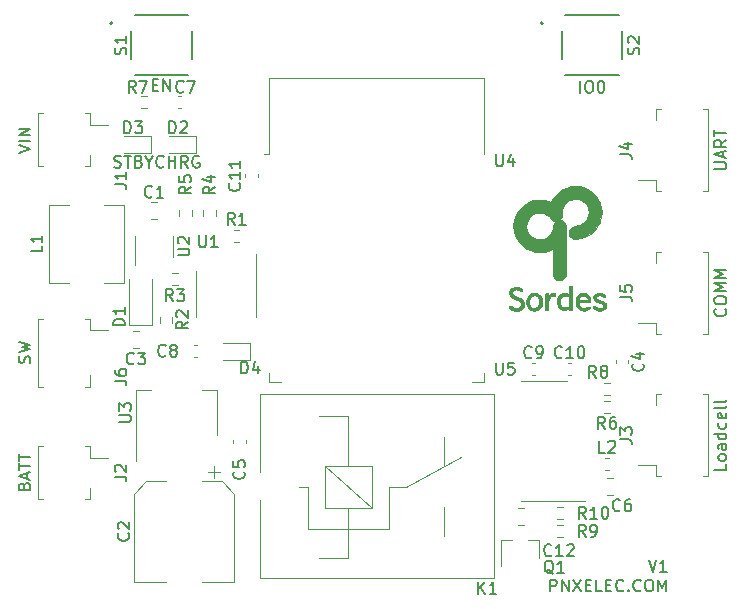
<source format=gbr>
%TF.GenerationSoftware,KiCad,Pcbnew,(5.1.12)-1*%
%TF.CreationDate,2022-08-07T17:33:45+09:00*%
%TF.ProjectId,STAC,53544143-2e6b-4696-9361-645f70636258,rev?*%
%TF.SameCoordinates,Original*%
%TF.FileFunction,Legend,Top*%
%TF.FilePolarity,Positive*%
%FSLAX46Y46*%
G04 Gerber Fmt 4.6, Leading zero omitted, Abs format (unit mm)*
G04 Created by KiCad (PCBNEW (5.1.12)-1) date 2022-08-07 17:33:45*
%MOMM*%
%LPD*%
G01*
G04 APERTURE LIST*
%ADD10C,0.150000*%
%ADD11C,0.010000*%
%ADD12C,0.120000*%
%ADD13C,0.127000*%
%ADD14C,0.200000*%
G04 APERTURE END LIST*
D10*
X127347214Y-90956380D02*
X127680547Y-91956380D01*
X128013880Y-90956380D01*
X128871023Y-91956380D02*
X128299595Y-91956380D01*
X128585309Y-91956380D02*
X128585309Y-90956380D01*
X128490071Y-91099238D01*
X128394833Y-91194476D01*
X128299595Y-91242095D01*
X119013880Y-93606380D02*
X119013880Y-92606380D01*
X119394833Y-92606380D01*
X119490071Y-92654000D01*
X119537690Y-92701619D01*
X119585309Y-92796857D01*
X119585309Y-92939714D01*
X119537690Y-93034952D01*
X119490071Y-93082571D01*
X119394833Y-93130190D01*
X119013880Y-93130190D01*
X120013880Y-93606380D02*
X120013880Y-92606380D01*
X120585309Y-93606380D01*
X120585309Y-92606380D01*
X120966261Y-92606380D02*
X121632928Y-93606380D01*
X121632928Y-92606380D02*
X120966261Y-93606380D01*
X122013880Y-93082571D02*
X122347214Y-93082571D01*
X122490071Y-93606380D02*
X122013880Y-93606380D01*
X122013880Y-92606380D01*
X122490071Y-92606380D01*
X123394833Y-93606380D02*
X122918642Y-93606380D01*
X122918642Y-92606380D01*
X123728166Y-93082571D02*
X124061500Y-93082571D01*
X124204357Y-93606380D02*
X123728166Y-93606380D01*
X123728166Y-92606380D01*
X124204357Y-92606380D01*
X125204357Y-93511142D02*
X125156738Y-93558761D01*
X125013880Y-93606380D01*
X124918642Y-93606380D01*
X124775785Y-93558761D01*
X124680547Y-93463523D01*
X124632928Y-93368285D01*
X124585309Y-93177809D01*
X124585309Y-93034952D01*
X124632928Y-92844476D01*
X124680547Y-92749238D01*
X124775785Y-92654000D01*
X124918642Y-92606380D01*
X125013880Y-92606380D01*
X125156738Y-92654000D01*
X125204357Y-92701619D01*
X125632928Y-93511142D02*
X125680547Y-93558761D01*
X125632928Y-93606380D01*
X125585309Y-93558761D01*
X125632928Y-93511142D01*
X125632928Y-93606380D01*
X126680547Y-93511142D02*
X126632928Y-93558761D01*
X126490071Y-93606380D01*
X126394833Y-93606380D01*
X126251976Y-93558761D01*
X126156738Y-93463523D01*
X126109119Y-93368285D01*
X126061500Y-93177809D01*
X126061500Y-93034952D01*
X126109119Y-92844476D01*
X126156738Y-92749238D01*
X126251976Y-92654000D01*
X126394833Y-92606380D01*
X126490071Y-92606380D01*
X126632928Y-92654000D01*
X126680547Y-92701619D01*
X127299595Y-92606380D02*
X127490071Y-92606380D01*
X127585309Y-92654000D01*
X127680547Y-92749238D01*
X127728166Y-92939714D01*
X127728166Y-93273047D01*
X127680547Y-93463523D01*
X127585309Y-93558761D01*
X127490071Y-93606380D01*
X127299595Y-93606380D01*
X127204357Y-93558761D01*
X127109119Y-93463523D01*
X127061500Y-93273047D01*
X127061500Y-92939714D01*
X127109119Y-92749238D01*
X127204357Y-92654000D01*
X127299595Y-92606380D01*
X128156738Y-93606380D02*
X128156738Y-92606380D01*
X128490071Y-93320666D01*
X128823404Y-92606380D01*
X128823404Y-93606380D01*
D11*
%TO.C,G\u002A\u002A\u002A*%
G36*
X116274998Y-67827299D02*
G01*
X116382545Y-67851501D01*
X116479686Y-67890517D01*
X116562061Y-67943841D01*
X116599214Y-67978778D01*
X116637090Y-68030768D01*
X116651057Y-68077990D01*
X116641009Y-68119391D01*
X116616037Y-68147278D01*
X116570742Y-68169838D01*
X116518492Y-68170537D01*
X116457244Y-68149187D01*
X116421255Y-68129366D01*
X116333899Y-68086008D01*
X116245818Y-68059797D01*
X116159290Y-68049366D01*
X116076589Y-68053352D01*
X115999994Y-68070390D01*
X115931781Y-68099115D01*
X115874225Y-68138163D01*
X115829604Y-68186169D01*
X115800194Y-68241767D01*
X115788272Y-68303595D01*
X115796113Y-68370287D01*
X115825996Y-68440478D01*
X115847551Y-68473267D01*
X115877292Y-68507141D01*
X115916755Y-68539217D01*
X115968924Y-68571118D01*
X116036779Y-68604466D01*
X116123304Y-68640885D01*
X116230399Y-68681600D01*
X116304543Y-68709736D01*
X116375556Y-68738375D01*
X116437768Y-68765107D01*
X116485507Y-68787522D01*
X116506747Y-68799031D01*
X116605877Y-68873363D01*
X116689335Y-68965343D01*
X116748744Y-69061828D01*
X116768903Y-69103649D01*
X116782243Y-69136677D01*
X116790171Y-69168166D01*
X116794093Y-69205372D01*
X116795416Y-69255550D01*
X116795550Y-69303241D01*
X116795001Y-69369153D01*
X116792637Y-69416609D01*
X116787377Y-69452541D01*
X116778140Y-69483882D01*
X116763846Y-69517564D01*
X116761312Y-69523008D01*
X116702692Y-69618824D01*
X116624433Y-69700307D01*
X116529026Y-69765587D01*
X116418964Y-69812795D01*
X116351050Y-69830811D01*
X116260919Y-69843831D01*
X116158834Y-69848877D01*
X116054593Y-69846099D01*
X115957993Y-69835649D01*
X115900200Y-69823858D01*
X115798833Y-69791318D01*
X115708354Y-69750122D01*
X115631184Y-69702302D01*
X115569743Y-69649891D01*
X115526454Y-69594919D01*
X115503738Y-69539417D01*
X115502910Y-69490568D01*
X115522353Y-69449877D01*
X115558469Y-69420871D01*
X115604031Y-69406627D01*
X115651816Y-69410221D01*
X115672154Y-69418496D01*
X115693734Y-69432238D01*
X115728484Y-69456629D01*
X115769478Y-69486785D01*
X115776094Y-69491774D01*
X115850647Y-69544048D01*
X115916883Y-69579599D01*
X115982736Y-69601228D01*
X116056137Y-69611735D01*
X116122450Y-69614006D01*
X116225633Y-69609650D01*
X116309708Y-69594943D01*
X116379293Y-69568600D01*
X116439005Y-69529334D01*
X116445191Y-69524152D01*
X116501351Y-69460681D01*
X116536068Y-69387420D01*
X116549107Y-69308554D01*
X116540238Y-69228267D01*
X116509227Y-69150744D01*
X116469097Y-69094407D01*
X116440884Y-69064155D01*
X116412427Y-69038818D01*
X116379764Y-69016290D01*
X116338939Y-68994464D01*
X116285993Y-68971235D01*
X116216967Y-68944498D01*
X116127903Y-68912146D01*
X116123510Y-68910578D01*
X116013766Y-68870204D01*
X115924623Y-68834353D01*
X115852134Y-68801020D01*
X115792354Y-68768202D01*
X115741336Y-68733898D01*
X115695132Y-68696102D01*
X115687656Y-68689354D01*
X115620662Y-68615474D01*
X115574707Y-68533425D01*
X115546353Y-68436917D01*
X115544650Y-68427879D01*
X115537845Y-68321980D01*
X115554487Y-68218030D01*
X115592678Y-68119641D01*
X115650519Y-68030426D01*
X115726113Y-67953998D01*
X115817561Y-67893969D01*
X115827909Y-67888811D01*
X115933498Y-67848669D01*
X116046115Y-67825375D01*
X116161401Y-67818421D01*
X116274998Y-67827299D01*
G37*
X116274998Y-67827299D02*
X116382545Y-67851501D01*
X116479686Y-67890517D01*
X116562061Y-67943841D01*
X116599214Y-67978778D01*
X116637090Y-68030768D01*
X116651057Y-68077990D01*
X116641009Y-68119391D01*
X116616037Y-68147278D01*
X116570742Y-68169838D01*
X116518492Y-68170537D01*
X116457244Y-68149187D01*
X116421255Y-68129366D01*
X116333899Y-68086008D01*
X116245818Y-68059797D01*
X116159290Y-68049366D01*
X116076589Y-68053352D01*
X115999994Y-68070390D01*
X115931781Y-68099115D01*
X115874225Y-68138163D01*
X115829604Y-68186169D01*
X115800194Y-68241767D01*
X115788272Y-68303595D01*
X115796113Y-68370287D01*
X115825996Y-68440478D01*
X115847551Y-68473267D01*
X115877292Y-68507141D01*
X115916755Y-68539217D01*
X115968924Y-68571118D01*
X116036779Y-68604466D01*
X116123304Y-68640885D01*
X116230399Y-68681600D01*
X116304543Y-68709736D01*
X116375556Y-68738375D01*
X116437768Y-68765107D01*
X116485507Y-68787522D01*
X116506747Y-68799031D01*
X116605877Y-68873363D01*
X116689335Y-68965343D01*
X116748744Y-69061828D01*
X116768903Y-69103649D01*
X116782243Y-69136677D01*
X116790171Y-69168166D01*
X116794093Y-69205372D01*
X116795416Y-69255550D01*
X116795550Y-69303241D01*
X116795001Y-69369153D01*
X116792637Y-69416609D01*
X116787377Y-69452541D01*
X116778140Y-69483882D01*
X116763846Y-69517564D01*
X116761312Y-69523008D01*
X116702692Y-69618824D01*
X116624433Y-69700307D01*
X116529026Y-69765587D01*
X116418964Y-69812795D01*
X116351050Y-69830811D01*
X116260919Y-69843831D01*
X116158834Y-69848877D01*
X116054593Y-69846099D01*
X115957993Y-69835649D01*
X115900200Y-69823858D01*
X115798833Y-69791318D01*
X115708354Y-69750122D01*
X115631184Y-69702302D01*
X115569743Y-69649891D01*
X115526454Y-69594919D01*
X115503738Y-69539417D01*
X115502910Y-69490568D01*
X115522353Y-69449877D01*
X115558469Y-69420871D01*
X115604031Y-69406627D01*
X115651816Y-69410221D01*
X115672154Y-69418496D01*
X115693734Y-69432238D01*
X115728484Y-69456629D01*
X115769478Y-69486785D01*
X115776094Y-69491774D01*
X115850647Y-69544048D01*
X115916883Y-69579599D01*
X115982736Y-69601228D01*
X116056137Y-69611735D01*
X116122450Y-69614006D01*
X116225633Y-69609650D01*
X116309708Y-69594943D01*
X116379293Y-69568600D01*
X116439005Y-69529334D01*
X116445191Y-69524152D01*
X116501351Y-69460681D01*
X116536068Y-69387420D01*
X116549107Y-69308554D01*
X116540238Y-69228267D01*
X116509227Y-69150744D01*
X116469097Y-69094407D01*
X116440884Y-69064155D01*
X116412427Y-69038818D01*
X116379764Y-69016290D01*
X116338939Y-68994464D01*
X116285993Y-68971235D01*
X116216967Y-68944498D01*
X116127903Y-68912146D01*
X116123510Y-68910578D01*
X116013766Y-68870204D01*
X115924623Y-68834353D01*
X115852134Y-68801020D01*
X115792354Y-68768202D01*
X115741336Y-68733898D01*
X115695132Y-68696102D01*
X115687656Y-68689354D01*
X115620662Y-68615474D01*
X115574707Y-68533425D01*
X115546353Y-68436917D01*
X115544650Y-68427879D01*
X115537845Y-68321980D01*
X115554487Y-68218030D01*
X115592678Y-68119641D01*
X115650519Y-68030426D01*
X115726113Y-67953998D01*
X115817561Y-67893969D01*
X115827909Y-67888811D01*
X115933498Y-67848669D01*
X116046115Y-67825375D01*
X116161401Y-67818421D01*
X116274998Y-67827299D01*
G36*
X117795649Y-68336635D02*
G01*
X117909436Y-68369176D01*
X118013472Y-68424578D01*
X118110060Y-68503795D01*
X118118033Y-68511690D01*
X118198616Y-68609938D01*
X118259402Y-68723207D01*
X118300543Y-68851927D01*
X118322195Y-68996531D01*
X118325900Y-69094350D01*
X118316057Y-69244346D01*
X118286918Y-69379740D01*
X118239072Y-69499667D01*
X118173103Y-69603263D01*
X118089598Y-69689665D01*
X117989144Y-69758009D01*
X117872328Y-69807430D01*
X117834369Y-69818388D01*
X117766145Y-69830198D01*
X117684257Y-69835472D01*
X117599129Y-69834227D01*
X117521188Y-69826485D01*
X117478359Y-69817721D01*
X117366732Y-69775096D01*
X117264651Y-69711445D01*
X117176127Y-69630145D01*
X117105172Y-69534572D01*
X117076011Y-69479174D01*
X117043859Y-69402846D01*
X117021690Y-69333502D01*
X117007925Y-69263092D01*
X117000984Y-69183567D01*
X117000083Y-69132822D01*
X117234911Y-69132822D01*
X117248932Y-69244283D01*
X117278655Y-69347280D01*
X117323687Y-69436510D01*
X117339940Y-69459562D01*
X117409504Y-69531220D01*
X117491031Y-69581813D01*
X117581312Y-69610647D01*
X117677139Y-69617028D01*
X117775303Y-69600262D01*
X117852106Y-69570338D01*
X117908777Y-69536685D01*
X117955546Y-69498167D01*
X117969817Y-69482309D01*
X118025743Y-69393801D01*
X118064495Y-69294191D01*
X118086503Y-69187445D01*
X118092193Y-69077528D01*
X118081996Y-68968404D01*
X118056340Y-68864039D01*
X118015653Y-68768398D01*
X117960366Y-68685447D01*
X117890905Y-68619150D01*
X117875293Y-68608200D01*
X117790462Y-68566103D01*
X117701319Y-68547021D01*
X117611367Y-68549800D01*
X117524108Y-68573285D01*
X117443044Y-68616324D01*
X117371677Y-68677763D01*
X117313509Y-68756447D01*
X117291003Y-68800684D01*
X117255553Y-68905719D01*
X117236987Y-69018199D01*
X117234911Y-69132822D01*
X117000083Y-69132822D01*
X116999286Y-69088000D01*
X117005287Y-68956499D01*
X117023412Y-68842724D01*
X117055280Y-68741273D01*
X117102514Y-68646742D01*
X117155062Y-68568986D01*
X117238564Y-68477894D01*
X117336112Y-68407833D01*
X117447084Y-68359096D01*
X117570857Y-68331977D01*
X117669806Y-68326000D01*
X117795649Y-68336635D01*
G37*
X117795649Y-68336635D02*
X117909436Y-68369176D01*
X118013472Y-68424578D01*
X118110060Y-68503795D01*
X118118033Y-68511690D01*
X118198616Y-68609938D01*
X118259402Y-68723207D01*
X118300543Y-68851927D01*
X118322195Y-68996531D01*
X118325900Y-69094350D01*
X118316057Y-69244346D01*
X118286918Y-69379740D01*
X118239072Y-69499667D01*
X118173103Y-69603263D01*
X118089598Y-69689665D01*
X117989144Y-69758009D01*
X117872328Y-69807430D01*
X117834369Y-69818388D01*
X117766145Y-69830198D01*
X117684257Y-69835472D01*
X117599129Y-69834227D01*
X117521188Y-69826485D01*
X117478359Y-69817721D01*
X117366732Y-69775096D01*
X117264651Y-69711445D01*
X117176127Y-69630145D01*
X117105172Y-69534572D01*
X117076011Y-69479174D01*
X117043859Y-69402846D01*
X117021690Y-69333502D01*
X117007925Y-69263092D01*
X117000984Y-69183567D01*
X117000083Y-69132822D01*
X117234911Y-69132822D01*
X117248932Y-69244283D01*
X117278655Y-69347280D01*
X117323687Y-69436510D01*
X117339940Y-69459562D01*
X117409504Y-69531220D01*
X117491031Y-69581813D01*
X117581312Y-69610647D01*
X117677139Y-69617028D01*
X117775303Y-69600262D01*
X117852106Y-69570338D01*
X117908777Y-69536685D01*
X117955546Y-69498167D01*
X117969817Y-69482309D01*
X118025743Y-69393801D01*
X118064495Y-69294191D01*
X118086503Y-69187445D01*
X118092193Y-69077528D01*
X118081996Y-68968404D01*
X118056340Y-68864039D01*
X118015653Y-68768398D01*
X117960366Y-68685447D01*
X117890905Y-68619150D01*
X117875293Y-68608200D01*
X117790462Y-68566103D01*
X117701319Y-68547021D01*
X117611367Y-68549800D01*
X117524108Y-68573285D01*
X117443044Y-68616324D01*
X117371677Y-68677763D01*
X117313509Y-68756447D01*
X117291003Y-68800684D01*
X117255553Y-68905719D01*
X117236987Y-69018199D01*
X117234911Y-69132822D01*
X117000083Y-69132822D01*
X116999286Y-69088000D01*
X117005287Y-68956499D01*
X117023412Y-68842724D01*
X117055280Y-68741273D01*
X117102514Y-68646742D01*
X117155062Y-68568986D01*
X117238564Y-68477894D01*
X117336112Y-68407833D01*
X117447084Y-68359096D01*
X117570857Y-68331977D01*
X117669806Y-68326000D01*
X117795649Y-68336635D01*
G36*
X121953156Y-68337539D02*
G01*
X122066283Y-68371567D01*
X122167003Y-68427200D01*
X122253886Y-68503554D01*
X122325498Y-68599744D01*
X122352151Y-68648841D01*
X122387355Y-68733232D01*
X122411321Y-68817271D01*
X122423768Y-68896841D01*
X122424416Y-68967824D01*
X122412987Y-69026101D01*
X122389199Y-69067556D01*
X122381111Y-69074948D01*
X122371728Y-69081620D01*
X122360537Y-69087028D01*
X122344954Y-69091305D01*
X122322397Y-69094584D01*
X122290282Y-69096997D01*
X122246025Y-69098676D01*
X122187044Y-69099753D01*
X122110756Y-69100361D01*
X122014577Y-69100632D01*
X121895924Y-69100699D01*
X121878354Y-69100700D01*
X121408333Y-69100700D01*
X121415579Y-69196504D01*
X121434210Y-69302042D01*
X121472108Y-69396870D01*
X121527213Y-69477919D01*
X121597460Y-69542122D01*
X121676487Y-69584769D01*
X121724017Y-69600081D01*
X121775287Y-69609148D01*
X121839201Y-69613303D01*
X121871318Y-69613897D01*
X121927142Y-69614057D01*
X121967429Y-69611903D01*
X122000553Y-69605357D01*
X122034889Y-69592341D01*
X122078812Y-69570775D01*
X122109690Y-69554725D01*
X122180570Y-69520490D01*
X122234887Y-69501247D01*
X122276152Y-69496421D01*
X122307876Y-69505441D01*
X122326076Y-69519476D01*
X122353463Y-69561329D01*
X122357541Y-69606428D01*
X122339849Y-69652750D01*
X122301926Y-69698268D01*
X122245309Y-69740960D01*
X122171538Y-69778798D01*
X122112426Y-69800702D01*
X122043225Y-69817034D01*
X121958886Y-69828035D01*
X121868021Y-69833367D01*
X121779242Y-69832691D01*
X121701162Y-69825670D01*
X121663226Y-69818320D01*
X121542156Y-69775385D01*
X121435543Y-69711953D01*
X121344429Y-69629094D01*
X121269856Y-69527877D01*
X121212867Y-69409375D01*
X121187248Y-69329300D01*
X121175308Y-69269631D01*
X121168160Y-69196051D01*
X121165351Y-69103479D01*
X121165270Y-69081650D01*
X121167243Y-68984548D01*
X121173464Y-68907481D01*
X121179707Y-68871960D01*
X121423509Y-68871960D01*
X121427364Y-68886901D01*
X121441448Y-68897401D01*
X121468095Y-68904231D01*
X121509639Y-68908160D01*
X121568414Y-68909960D01*
X121646754Y-68910401D01*
X121746994Y-68910253D01*
X121805700Y-68910200D01*
X122186700Y-68910200D01*
X122186700Y-68878926D01*
X122178867Y-68831075D01*
X122158239Y-68773962D01*
X122129119Y-68717107D01*
X122095809Y-68670032D01*
X122088863Y-68662464D01*
X122017907Y-68607015D01*
X121932124Y-68571818D01*
X121874537Y-68560437D01*
X121809912Y-68558870D01*
X121736102Y-68567615D01*
X121665479Y-68584645D01*
X121621550Y-68601880D01*
X121563185Y-68641497D01*
X121508427Y-68697071D01*
X121465398Y-68759560D01*
X121449978Y-68792789D01*
X121437150Y-68825675D01*
X121427549Y-68851808D01*
X121423509Y-68871960D01*
X121179707Y-68871960D01*
X121184382Y-68845369D01*
X121187248Y-68834000D01*
X121233215Y-68704341D01*
X121296790Y-68592058D01*
X121376720Y-68498143D01*
X121471749Y-68423589D01*
X121580623Y-68369389D01*
X121702087Y-68336535D01*
X121829056Y-68326000D01*
X121953156Y-68337539D01*
G37*
X121953156Y-68337539D02*
X122066283Y-68371567D01*
X122167003Y-68427200D01*
X122253886Y-68503554D01*
X122325498Y-68599744D01*
X122352151Y-68648841D01*
X122387355Y-68733232D01*
X122411321Y-68817271D01*
X122423768Y-68896841D01*
X122424416Y-68967824D01*
X122412987Y-69026101D01*
X122389199Y-69067556D01*
X122381111Y-69074948D01*
X122371728Y-69081620D01*
X122360537Y-69087028D01*
X122344954Y-69091305D01*
X122322397Y-69094584D01*
X122290282Y-69096997D01*
X122246025Y-69098676D01*
X122187044Y-69099753D01*
X122110756Y-69100361D01*
X122014577Y-69100632D01*
X121895924Y-69100699D01*
X121878354Y-69100700D01*
X121408333Y-69100700D01*
X121415579Y-69196504D01*
X121434210Y-69302042D01*
X121472108Y-69396870D01*
X121527213Y-69477919D01*
X121597460Y-69542122D01*
X121676487Y-69584769D01*
X121724017Y-69600081D01*
X121775287Y-69609148D01*
X121839201Y-69613303D01*
X121871318Y-69613897D01*
X121927142Y-69614057D01*
X121967429Y-69611903D01*
X122000553Y-69605357D01*
X122034889Y-69592341D01*
X122078812Y-69570775D01*
X122109690Y-69554725D01*
X122180570Y-69520490D01*
X122234887Y-69501247D01*
X122276152Y-69496421D01*
X122307876Y-69505441D01*
X122326076Y-69519476D01*
X122353463Y-69561329D01*
X122357541Y-69606428D01*
X122339849Y-69652750D01*
X122301926Y-69698268D01*
X122245309Y-69740960D01*
X122171538Y-69778798D01*
X122112426Y-69800702D01*
X122043225Y-69817034D01*
X121958886Y-69828035D01*
X121868021Y-69833367D01*
X121779242Y-69832691D01*
X121701162Y-69825670D01*
X121663226Y-69818320D01*
X121542156Y-69775385D01*
X121435543Y-69711953D01*
X121344429Y-69629094D01*
X121269856Y-69527877D01*
X121212867Y-69409375D01*
X121187248Y-69329300D01*
X121175308Y-69269631D01*
X121168160Y-69196051D01*
X121165351Y-69103479D01*
X121165270Y-69081650D01*
X121167243Y-68984548D01*
X121173464Y-68907481D01*
X121179707Y-68871960D01*
X121423509Y-68871960D01*
X121427364Y-68886901D01*
X121441448Y-68897401D01*
X121468095Y-68904231D01*
X121509639Y-68908160D01*
X121568414Y-68909960D01*
X121646754Y-68910401D01*
X121746994Y-68910253D01*
X121805700Y-68910200D01*
X122186700Y-68910200D01*
X122186700Y-68878926D01*
X122178867Y-68831075D01*
X122158239Y-68773962D01*
X122129119Y-68717107D01*
X122095809Y-68670032D01*
X122088863Y-68662464D01*
X122017907Y-68607015D01*
X121932124Y-68571818D01*
X121874537Y-68560437D01*
X121809912Y-68558870D01*
X121736102Y-68567615D01*
X121665479Y-68584645D01*
X121621550Y-68601880D01*
X121563185Y-68641497D01*
X121508427Y-68697071D01*
X121465398Y-68759560D01*
X121449978Y-68792789D01*
X121437150Y-68825675D01*
X121427549Y-68851808D01*
X121423509Y-68871960D01*
X121179707Y-68871960D01*
X121184382Y-68845369D01*
X121187248Y-68834000D01*
X121233215Y-68704341D01*
X121296790Y-68592058D01*
X121376720Y-68498143D01*
X121471749Y-68423589D01*
X121580623Y-68369389D01*
X121702087Y-68336535D01*
X121829056Y-68326000D01*
X121953156Y-68337539D01*
G36*
X123305596Y-68336745D02*
G01*
X123413512Y-68365462D01*
X123484255Y-68395740D01*
X123558353Y-68439615D01*
X123618490Y-68488538D01*
X123662924Y-68539748D01*
X123689914Y-68590484D01*
X123697718Y-68637986D01*
X123684595Y-68679493D01*
X123672600Y-68694300D01*
X123633206Y-68717578D01*
X123585881Y-68717025D01*
X123531239Y-68692729D01*
X123498351Y-68669326D01*
X123424664Y-68615498D01*
X123358718Y-68579448D01*
X123293358Y-68558378D01*
X123221432Y-68549491D01*
X123190000Y-68548722D01*
X123105728Y-68552334D01*
X123040260Y-68564854D01*
X122988079Y-68587860D01*
X122949146Y-68617682D01*
X122924642Y-68644918D01*
X122913347Y-68673497D01*
X122910600Y-68715261D01*
X122910600Y-68715619D01*
X122913546Y-68756083D01*
X122924144Y-68790155D01*
X122945030Y-68819715D01*
X122978843Y-68846645D01*
X123028218Y-68872824D01*
X123095794Y-68900132D01*
X123184208Y-68930449D01*
X123234450Y-68946505D01*
X123359893Y-68988855D01*
X123462880Y-69030445D01*
X123546230Y-69073003D01*
X123612764Y-69118254D01*
X123665303Y-69167927D01*
X123706667Y-69223747D01*
X123717454Y-69242193D01*
X123737246Y-69281294D01*
X123748657Y-69315959D01*
X123753891Y-69356102D01*
X123755149Y-69411639D01*
X123755150Y-69411850D01*
X123745445Y-69512242D01*
X123715896Y-69598397D01*
X123665847Y-69671045D01*
X123594643Y-69730919D01*
X123501632Y-69778750D01*
X123396490Y-69812682D01*
X123292449Y-69830821D01*
X123177964Y-69836582D01*
X123064081Y-69829980D01*
X122965997Y-69812135D01*
X122867863Y-69780187D01*
X122782413Y-69739968D01*
X122713334Y-69693711D01*
X122664308Y-69643649D01*
X122649793Y-69620517D01*
X122632797Y-69567716D01*
X122634842Y-69517333D01*
X122655406Y-69476564D01*
X122660593Y-69471213D01*
X122701555Y-69446792D01*
X122748479Y-69445725D01*
X122802535Y-69468158D01*
X122840068Y-69493873D01*
X122889914Y-69528253D01*
X122947403Y-69562147D01*
X122980941Y-69579167D01*
X123020317Y-69595925D01*
X123055844Y-69606397D01*
X123095829Y-69612037D01*
X123148579Y-69614297D01*
X123183650Y-69614618D01*
X123275224Y-69611096D01*
X123347372Y-69598831D01*
X123405015Y-69576324D01*
X123453071Y-69542074D01*
X123467518Y-69528090D01*
X123503916Y-69474848D01*
X123516699Y-69417479D01*
X123506383Y-69359783D01*
X123473486Y-69305559D01*
X123432109Y-69267846D01*
X123398964Y-69249080D01*
X123344659Y-69224779D01*
X123272488Y-69196281D01*
X123185743Y-69164928D01*
X123144146Y-69150687D01*
X123029701Y-69110554D01*
X122937102Y-69074017D01*
X122863402Y-69039145D01*
X122805656Y-69004008D01*
X122760917Y-68966672D01*
X122726239Y-68925208D01*
X122698678Y-68877683D01*
X122686463Y-68850611D01*
X122670203Y-68787215D01*
X122666809Y-68713191D01*
X122676041Y-68639668D01*
X122692097Y-68589276D01*
X122740260Y-68510537D01*
X122807363Y-68444606D01*
X122889938Y-68392332D01*
X122984516Y-68354562D01*
X123087631Y-68332143D01*
X123195813Y-68325921D01*
X123305596Y-68336745D01*
G37*
X123305596Y-68336745D02*
X123413512Y-68365462D01*
X123484255Y-68395740D01*
X123558353Y-68439615D01*
X123618490Y-68488538D01*
X123662924Y-68539748D01*
X123689914Y-68590484D01*
X123697718Y-68637986D01*
X123684595Y-68679493D01*
X123672600Y-68694300D01*
X123633206Y-68717578D01*
X123585881Y-68717025D01*
X123531239Y-68692729D01*
X123498351Y-68669326D01*
X123424664Y-68615498D01*
X123358718Y-68579448D01*
X123293358Y-68558378D01*
X123221432Y-68549491D01*
X123190000Y-68548722D01*
X123105728Y-68552334D01*
X123040260Y-68564854D01*
X122988079Y-68587860D01*
X122949146Y-68617682D01*
X122924642Y-68644918D01*
X122913347Y-68673497D01*
X122910600Y-68715261D01*
X122910600Y-68715619D01*
X122913546Y-68756083D01*
X122924144Y-68790155D01*
X122945030Y-68819715D01*
X122978843Y-68846645D01*
X123028218Y-68872824D01*
X123095794Y-68900132D01*
X123184208Y-68930449D01*
X123234450Y-68946505D01*
X123359893Y-68988855D01*
X123462880Y-69030445D01*
X123546230Y-69073003D01*
X123612764Y-69118254D01*
X123665303Y-69167927D01*
X123706667Y-69223747D01*
X123717454Y-69242193D01*
X123737246Y-69281294D01*
X123748657Y-69315959D01*
X123753891Y-69356102D01*
X123755149Y-69411639D01*
X123755150Y-69411850D01*
X123745445Y-69512242D01*
X123715896Y-69598397D01*
X123665847Y-69671045D01*
X123594643Y-69730919D01*
X123501632Y-69778750D01*
X123396490Y-69812682D01*
X123292449Y-69830821D01*
X123177964Y-69836582D01*
X123064081Y-69829980D01*
X122965997Y-69812135D01*
X122867863Y-69780187D01*
X122782413Y-69739968D01*
X122713334Y-69693711D01*
X122664308Y-69643649D01*
X122649793Y-69620517D01*
X122632797Y-69567716D01*
X122634842Y-69517333D01*
X122655406Y-69476564D01*
X122660593Y-69471213D01*
X122701555Y-69446792D01*
X122748479Y-69445725D01*
X122802535Y-69468158D01*
X122840068Y-69493873D01*
X122889914Y-69528253D01*
X122947403Y-69562147D01*
X122980941Y-69579167D01*
X123020317Y-69595925D01*
X123055844Y-69606397D01*
X123095829Y-69612037D01*
X123148579Y-69614297D01*
X123183650Y-69614618D01*
X123275224Y-69611096D01*
X123347372Y-69598831D01*
X123405015Y-69576324D01*
X123453071Y-69542074D01*
X123467518Y-69528090D01*
X123503916Y-69474848D01*
X123516699Y-69417479D01*
X123506383Y-69359783D01*
X123473486Y-69305559D01*
X123432109Y-69267846D01*
X123398964Y-69249080D01*
X123344659Y-69224779D01*
X123272488Y-69196281D01*
X123185743Y-69164928D01*
X123144146Y-69150687D01*
X123029701Y-69110554D01*
X122937102Y-69074017D01*
X122863402Y-69039145D01*
X122805656Y-69004008D01*
X122760917Y-68966672D01*
X122726239Y-68925208D01*
X122698678Y-68877683D01*
X122686463Y-68850611D01*
X122670203Y-68787215D01*
X122666809Y-68713191D01*
X122676041Y-68639668D01*
X122692097Y-68589276D01*
X122740260Y-68510537D01*
X122807363Y-68444606D01*
X122889938Y-68392332D01*
X122984516Y-68354562D01*
X123087631Y-68332143D01*
X123195813Y-68325921D01*
X123305596Y-68336745D01*
G36*
X118781010Y-68346103D02*
G01*
X118818095Y-68371832D01*
X118822176Y-68375823D01*
X118844127Y-68401317D01*
X118855267Y-68427583D01*
X118859062Y-68464825D01*
X118859300Y-68485146D01*
X118859300Y-68557347D01*
X118917277Y-68492861D01*
X118997445Y-68422023D01*
X119090609Y-68372753D01*
X119195293Y-68345746D01*
X119239175Y-68341383D01*
X119318149Y-68341837D01*
X119377315Y-68354409D01*
X119419799Y-68380293D01*
X119448727Y-68420686D01*
X119449233Y-68421743D01*
X119462845Y-68473432D01*
X119451650Y-68519995D01*
X119423758Y-68555249D01*
X119404110Y-68569683D01*
X119377578Y-68579805D01*
X119338160Y-68587158D01*
X119279853Y-68593287D01*
X119273908Y-68593795D01*
X119182116Y-68605838D01*
X119112439Y-68624446D01*
X119095466Y-68631561D01*
X119024019Y-68678821D01*
X118963347Y-68747095D01*
X118915169Y-68833666D01*
X118881204Y-68935819D01*
X118870972Y-68986400D01*
X118867884Y-69017816D01*
X118865102Y-69070447D01*
X118862744Y-69140108D01*
X118860925Y-69222614D01*
X118859763Y-69313782D01*
X118859373Y-69403301D01*
X118859300Y-69750353D01*
X118822176Y-69787476D01*
X118784956Y-69815442D01*
X118743711Y-69824526D01*
X118738650Y-69824600D01*
X118696289Y-69817196D01*
X118659204Y-69791467D01*
X118655123Y-69787476D01*
X118618000Y-69750353D01*
X118618000Y-68412946D01*
X118655123Y-68375823D01*
X118692343Y-68347857D01*
X118733588Y-68338773D01*
X118738650Y-68338700D01*
X118781010Y-68346103D01*
G37*
X118781010Y-68346103D02*
X118818095Y-68371832D01*
X118822176Y-68375823D01*
X118844127Y-68401317D01*
X118855267Y-68427583D01*
X118859062Y-68464825D01*
X118859300Y-68485146D01*
X118859300Y-68557347D01*
X118917277Y-68492861D01*
X118997445Y-68422023D01*
X119090609Y-68372753D01*
X119195293Y-68345746D01*
X119239175Y-68341383D01*
X119318149Y-68341837D01*
X119377315Y-68354409D01*
X119419799Y-68380293D01*
X119448727Y-68420686D01*
X119449233Y-68421743D01*
X119462845Y-68473432D01*
X119451650Y-68519995D01*
X119423758Y-68555249D01*
X119404110Y-68569683D01*
X119377578Y-68579805D01*
X119338160Y-68587158D01*
X119279853Y-68593287D01*
X119273908Y-68593795D01*
X119182116Y-68605838D01*
X119112439Y-68624446D01*
X119095466Y-68631561D01*
X119024019Y-68678821D01*
X118963347Y-68747095D01*
X118915169Y-68833666D01*
X118881204Y-68935819D01*
X118870972Y-68986400D01*
X118867884Y-69017816D01*
X118865102Y-69070447D01*
X118862744Y-69140108D01*
X118860925Y-69222614D01*
X118859763Y-69313782D01*
X118859373Y-69403301D01*
X118859300Y-69750353D01*
X118822176Y-69787476D01*
X118784956Y-69815442D01*
X118743711Y-69824526D01*
X118738650Y-69824600D01*
X118696289Y-69817196D01*
X118659204Y-69791467D01*
X118655123Y-69787476D01*
X118618000Y-69750353D01*
X118618000Y-68412946D01*
X118655123Y-68375823D01*
X118692343Y-68347857D01*
X118733588Y-68338773D01*
X118738650Y-68338700D01*
X118781010Y-68346103D01*
G36*
X120826009Y-67738758D02*
G01*
X120836616Y-67747050D01*
X120872250Y-67777700D01*
X120872250Y-69763299D01*
X120836616Y-69793949D01*
X120788908Y-69820196D01*
X120737782Y-69822298D01*
X120687524Y-69800315D01*
X120676374Y-69791721D01*
X120637300Y-69758842D01*
X120637300Y-68752887D01*
X120570625Y-68688355D01*
X120502832Y-68629971D01*
X120437942Y-68591609D01*
X120368438Y-68570127D01*
X120286804Y-68562381D01*
X120269000Y-68562203D01*
X120166196Y-68571327D01*
X120078042Y-68599485D01*
X120000906Y-68648078D01*
X119967246Y-68678553D01*
X119910465Y-68748045D01*
X119871298Y-68827154D01*
X119847992Y-68920350D01*
X119839804Y-69003462D01*
X119842226Y-69134377D01*
X119862875Y-69249194D01*
X119901459Y-69347280D01*
X119957691Y-69428004D01*
X120031280Y-69490733D01*
X120073718Y-69514773D01*
X120155581Y-69541803D01*
X120255336Y-69551457D01*
X120373295Y-69543760D01*
X120399615Y-69540062D01*
X120442369Y-69534638D01*
X120469092Y-69535723D01*
X120488665Y-69544867D01*
X120504390Y-69558313D01*
X120530387Y-69598163D01*
X120533264Y-69643166D01*
X120517187Y-69680279D01*
X120483091Y-69710315D01*
X120429363Y-69735659D01*
X120361499Y-69755297D01*
X120284999Y-69768218D01*
X120205361Y-69773408D01*
X120128084Y-69769857D01*
X120076991Y-69761318D01*
X119959162Y-69721636D01*
X119854516Y-69661167D01*
X119764798Y-69581802D01*
X119691750Y-69485429D01*
X119637114Y-69373940D01*
X119602634Y-69249223D01*
X119602107Y-69246297D01*
X119586496Y-69102232D01*
X119591170Y-68965229D01*
X119614824Y-68837099D01*
X119656150Y-68719651D01*
X119713843Y-68614694D01*
X119786595Y-68524037D01*
X119873100Y-68449489D01*
X119972051Y-68392860D01*
X120082143Y-68355958D01*
X120202069Y-68340594D01*
X120255818Y-68341034D01*
X120316622Y-68345422D01*
X120363532Y-68353680D01*
X120408034Y-68368712D01*
X120460266Y-68392761D01*
X120510880Y-68419347D01*
X120557928Y-68446957D01*
X120592353Y-68470229D01*
X120596025Y-68473143D01*
X120637300Y-68507055D01*
X120637300Y-67782157D01*
X120676374Y-67749278D01*
X120725814Y-67721680D01*
X120777120Y-67718154D01*
X120826009Y-67738758D01*
G37*
X120826009Y-67738758D02*
X120836616Y-67747050D01*
X120872250Y-67777700D01*
X120872250Y-69763299D01*
X120836616Y-69793949D01*
X120788908Y-69820196D01*
X120737782Y-69822298D01*
X120687524Y-69800315D01*
X120676374Y-69791721D01*
X120637300Y-69758842D01*
X120637300Y-68752887D01*
X120570625Y-68688355D01*
X120502832Y-68629971D01*
X120437942Y-68591609D01*
X120368438Y-68570127D01*
X120286804Y-68562381D01*
X120269000Y-68562203D01*
X120166196Y-68571327D01*
X120078042Y-68599485D01*
X120000906Y-68648078D01*
X119967246Y-68678553D01*
X119910465Y-68748045D01*
X119871298Y-68827154D01*
X119847992Y-68920350D01*
X119839804Y-69003462D01*
X119842226Y-69134377D01*
X119862875Y-69249194D01*
X119901459Y-69347280D01*
X119957691Y-69428004D01*
X120031280Y-69490733D01*
X120073718Y-69514773D01*
X120155581Y-69541803D01*
X120255336Y-69551457D01*
X120373295Y-69543760D01*
X120399615Y-69540062D01*
X120442369Y-69534638D01*
X120469092Y-69535723D01*
X120488665Y-69544867D01*
X120504390Y-69558313D01*
X120530387Y-69598163D01*
X120533264Y-69643166D01*
X120517187Y-69680279D01*
X120483091Y-69710315D01*
X120429363Y-69735659D01*
X120361499Y-69755297D01*
X120284999Y-69768218D01*
X120205361Y-69773408D01*
X120128084Y-69769857D01*
X120076991Y-69761318D01*
X119959162Y-69721636D01*
X119854516Y-69661167D01*
X119764798Y-69581802D01*
X119691750Y-69485429D01*
X119637114Y-69373940D01*
X119602634Y-69249223D01*
X119602107Y-69246297D01*
X119586496Y-69102232D01*
X119591170Y-68965229D01*
X119614824Y-68837099D01*
X119656150Y-68719651D01*
X119713843Y-68614694D01*
X119786595Y-68524037D01*
X119873100Y-68449489D01*
X119972051Y-68392860D01*
X120082143Y-68355958D01*
X120202069Y-68340594D01*
X120255818Y-68341034D01*
X120316622Y-68345422D01*
X120363532Y-68353680D01*
X120408034Y-68368712D01*
X120460266Y-68392761D01*
X120510880Y-68419347D01*
X120557928Y-68446957D01*
X120592353Y-68470229D01*
X120596025Y-68473143D01*
X120637300Y-68507055D01*
X120637300Y-67782157D01*
X120676374Y-67749278D01*
X120725814Y-67721680D01*
X120777120Y-67718154D01*
X120826009Y-67738758D01*
G36*
X121293641Y-59292676D02*
G01*
X121366329Y-59294436D01*
X121424063Y-59297196D01*
X121461798Y-59300989D01*
X121462800Y-59301159D01*
X121573813Y-59323079D01*
X121688112Y-59350286D01*
X121798514Y-59380797D01*
X121897836Y-59412632D01*
X121977150Y-59443053D01*
X122138252Y-59517415D01*
X122280694Y-59594482D01*
X122411165Y-59678555D01*
X122536355Y-59773933D01*
X122659388Y-59881612D01*
X122824487Y-60051399D01*
X122969435Y-60236044D01*
X123093398Y-60434050D01*
X123195539Y-60643921D01*
X123275026Y-60864162D01*
X123328601Y-61080650D01*
X123339102Y-61133116D01*
X123349957Y-61185092D01*
X123355617Y-61211007D01*
X123360301Y-61246274D01*
X123363803Y-61301577D01*
X123366133Y-61371580D01*
X123367304Y-61450947D01*
X123367328Y-61534343D01*
X123366218Y-61616430D01*
X123363983Y-61691874D01*
X123360638Y-61755337D01*
X123356193Y-61801486D01*
X123354272Y-61813106D01*
X123343359Y-61868063D01*
X123331570Y-61927988D01*
X123327156Y-61950600D01*
X123274842Y-62158653D01*
X123198590Y-62366911D01*
X123130649Y-62513788D01*
X123015462Y-62715434D01*
X122879262Y-62904118D01*
X122723842Y-63078057D01*
X122550996Y-63235468D01*
X122362517Y-63374568D01*
X122160200Y-63493575D01*
X122128739Y-63509598D01*
X122052272Y-63545095D01*
X121964688Y-63581425D01*
X121873267Y-63615925D01*
X121785289Y-63645927D01*
X121708036Y-63668768D01*
X121667799Y-63678352D01*
X121558609Y-63701046D01*
X121471157Y-63720003D01*
X121402183Y-63735975D01*
X121348424Y-63749715D01*
X121310400Y-63760781D01*
X121240318Y-63775578D01*
X121158603Y-63781837D01*
X121075533Y-63779554D01*
X121001385Y-63768726D01*
X120973165Y-63760895D01*
X120866733Y-63712485D01*
X120775599Y-63646007D01*
X120701046Y-63564511D01*
X120644357Y-63471042D01*
X120606813Y-63368648D01*
X120589697Y-63260376D01*
X120594292Y-63149273D01*
X120621880Y-63038385D01*
X120645475Y-62982364D01*
X120693261Y-62905611D01*
X120757277Y-62834373D01*
X120832045Y-62772892D01*
X120912089Y-62725409D01*
X120991932Y-62696165D01*
X121022247Y-62690567D01*
X121060580Y-62682415D01*
X121090041Y-62670445D01*
X121094965Y-62666964D01*
X121115468Y-62658554D01*
X121154780Y-62649651D01*
X121206375Y-62641566D01*
X121241015Y-62637605D01*
X121347860Y-62624018D01*
X121439594Y-62604658D01*
X121526316Y-62576828D01*
X121618128Y-62537830D01*
X121622735Y-62535679D01*
X121770931Y-62453697D01*
X121900118Y-62355159D01*
X122011464Y-62238925D01*
X122106142Y-62103857D01*
X122151908Y-62020382D01*
X122217059Y-61863205D01*
X122257740Y-61701800D01*
X122274068Y-61538326D01*
X122266157Y-61374938D01*
X122234124Y-61213792D01*
X122178084Y-61057046D01*
X122098153Y-60906855D01*
X122091657Y-60896629D01*
X121992589Y-60765483D01*
X121875027Y-60650116D01*
X121741855Y-60552587D01*
X121595955Y-60474955D01*
X121440210Y-60419277D01*
X121413363Y-60412243D01*
X121247976Y-60383957D01*
X121082018Y-60380439D01*
X120917950Y-60401240D01*
X120758237Y-60445911D01*
X120605340Y-60514000D01*
X120497600Y-60579495D01*
X120401524Y-60656057D01*
X120307602Y-60750783D01*
X120221746Y-60856720D01*
X120149873Y-60966911D01*
X120120028Y-61023500D01*
X120084419Y-61107476D01*
X120055362Y-61195701D01*
X120033775Y-61283239D01*
X120020575Y-61365157D01*
X120016679Y-61436522D01*
X120023005Y-61492400D01*
X120029369Y-61511042D01*
X120036908Y-61543004D01*
X120034144Y-61565615D01*
X120029548Y-61587990D01*
X120025232Y-61628753D01*
X120021850Y-61680892D01*
X120020707Y-61709300D01*
X120010937Y-61815406D01*
X119987081Y-61905354D01*
X119946200Y-61985810D01*
X119885353Y-62063438D01*
X119847223Y-62102596D01*
X119768451Y-62179200D01*
X119830555Y-62179200D01*
X119877652Y-62183725D01*
X119933324Y-62195384D01*
X119969704Y-62206323D01*
X120081379Y-62257672D01*
X120175013Y-62326517D01*
X120250006Y-62412317D01*
X120302041Y-62505816D01*
X120320933Y-62548335D01*
X120337328Y-62583819D01*
X120345976Y-62601302D01*
X120347449Y-62616547D01*
X120348822Y-62655565D01*
X120350096Y-62716727D01*
X120351271Y-62798407D01*
X120352347Y-62898978D01*
X120353323Y-63016812D01*
X120354200Y-63150281D01*
X120354978Y-63297759D01*
X120355657Y-63457617D01*
X120356237Y-63628229D01*
X120356718Y-63807967D01*
X120357100Y-63995204D01*
X120357384Y-64188313D01*
X120357568Y-64385665D01*
X120357654Y-64585634D01*
X120357642Y-64786593D01*
X120357531Y-64986914D01*
X120357322Y-65184969D01*
X120357014Y-65379132D01*
X120356608Y-65567774D01*
X120356103Y-65749269D01*
X120355501Y-65921989D01*
X120354800Y-66084308D01*
X120354001Y-66234596D01*
X120353104Y-66371228D01*
X120352110Y-66492575D01*
X120351017Y-66597011D01*
X120349827Y-66682908D01*
X120348538Y-66748639D01*
X120347153Y-66792576D01*
X120345808Y-66812236D01*
X120318786Y-66917391D01*
X120270800Y-67016645D01*
X120205254Y-67105299D01*
X120125552Y-67178656D01*
X120044970Y-67227507D01*
X120002538Y-67247632D01*
X119966962Y-67264652D01*
X119948497Y-67273628D01*
X119925612Y-67278913D01*
X119886202Y-67282407D01*
X119836789Y-67284150D01*
X119783896Y-67284182D01*
X119734044Y-67282544D01*
X119693756Y-67279274D01*
X119669553Y-67274413D01*
X119665750Y-67271900D01*
X119647586Y-67260593D01*
X119636425Y-67258925D01*
X119594092Y-67248783D01*
X119542084Y-67221992D01*
X119485412Y-67182625D01*
X119429084Y-67134759D01*
X119378111Y-67082469D01*
X119337501Y-67029830D01*
X119321779Y-67002958D01*
X119310038Y-66980150D01*
X119299720Y-66959750D01*
X119290734Y-66940045D01*
X119282988Y-66919324D01*
X119276389Y-66895877D01*
X119270845Y-66867993D01*
X119266265Y-66833959D01*
X119262556Y-66792064D01*
X119259626Y-66740598D01*
X119257383Y-66677849D01*
X119255736Y-66602106D01*
X119254591Y-66511657D01*
X119253857Y-66404792D01*
X119253442Y-66279799D01*
X119253254Y-66134966D01*
X119253201Y-65968584D01*
X119253191Y-65778939D01*
X119253184Y-65727791D01*
X119253073Y-65562410D01*
X119252803Y-65404348D01*
X119252387Y-65255443D01*
X119251837Y-65117535D01*
X119251168Y-64992462D01*
X119250390Y-64882062D01*
X119249517Y-64788174D01*
X119248562Y-64712637D01*
X119247537Y-64657288D01*
X119246454Y-64623966D01*
X119245516Y-64614350D01*
X119231762Y-64616558D01*
X119201012Y-64628660D01*
X119158592Y-64648428D01*
X119132377Y-64661678D01*
X119019694Y-64714815D01*
X118894104Y-64765078D01*
X118765896Y-64808735D01*
X118645362Y-64842052D01*
X118618000Y-64848250D01*
X118431530Y-64879260D01*
X118236011Y-64895098D01*
X118037679Y-64895927D01*
X117842776Y-64881910D01*
X117657539Y-64853211D01*
X117519566Y-64819518D01*
X117294478Y-64740881D01*
X117080261Y-64639752D01*
X116878447Y-64517258D01*
X116690567Y-64374527D01*
X116518151Y-64212686D01*
X116362730Y-64032864D01*
X116262746Y-63893700D01*
X116189864Y-63773259D01*
X116120525Y-63638872D01*
X116058199Y-63498408D01*
X116006356Y-63359742D01*
X115968466Y-63230745D01*
X115966028Y-63220600D01*
X115955910Y-63178007D01*
X115946890Y-63140606D01*
X115944704Y-63131700D01*
X115933279Y-63072480D01*
X115923188Y-62995373D01*
X115914666Y-62905639D01*
X115907952Y-62808538D01*
X115903281Y-62709329D01*
X115901814Y-62650359D01*
X116992315Y-62650359D01*
X117001107Y-62801479D01*
X117031362Y-62953206D01*
X117081850Y-63101568D01*
X117151341Y-63242596D01*
X117238609Y-63372320D01*
X117295858Y-63439708D01*
X117401604Y-63540758D01*
X117517455Y-63625133D01*
X117646989Y-63694821D01*
X117793789Y-63751810D01*
X117925850Y-63789540D01*
X117986396Y-63799156D01*
X118063891Y-63803534D01*
X118150466Y-63802861D01*
X118238256Y-63797326D01*
X118319394Y-63787117D01*
X118360333Y-63779123D01*
X118517380Y-63733461D01*
X118657504Y-63671663D01*
X118785190Y-63591258D01*
X118904924Y-63489775D01*
X118929188Y-63465847D01*
X119023614Y-63356193D01*
X119104657Y-63233235D01*
X119170172Y-63101801D01*
X119218015Y-62966716D01*
X119246039Y-62832804D01*
X119252753Y-62738000D01*
X119264748Y-62617114D01*
X119299471Y-62507497D01*
X119357112Y-62408702D01*
X119426543Y-62330743D01*
X119459375Y-62298982D01*
X119483446Y-62274343D01*
X119494134Y-62261581D01*
X119494300Y-62261031D01*
X119482963Y-62257618D01*
X119454397Y-62255618D01*
X119439247Y-62255400D01*
X119342780Y-62243169D01*
X119247024Y-62208036D01*
X119155523Y-62152341D01*
X119071815Y-62078425D01*
X118999443Y-61988628D01*
X118973945Y-61947895D01*
X118912155Y-61863761D01*
X118828276Y-61784564D01*
X118725439Y-61712239D01*
X118606778Y-61648722D01*
X118475424Y-61595947D01*
X118342259Y-61557648D01*
X118288692Y-61549452D01*
X118217615Y-61544674D01*
X118136676Y-61543242D01*
X118053524Y-61545089D01*
X117975807Y-61550145D01*
X117911176Y-61558340D01*
X117894100Y-61561704D01*
X117729966Y-61610638D01*
X117578581Y-61680845D01*
X117441282Y-61770908D01*
X117319405Y-61879407D01*
X117214287Y-62004924D01*
X117127266Y-62146042D01*
X117059677Y-62301340D01*
X117012857Y-62469402D01*
X117006212Y-62503814D01*
X116992315Y-62650359D01*
X115901814Y-62650359D01*
X115900891Y-62613272D01*
X115901018Y-62525627D01*
X115903900Y-62451654D01*
X115909773Y-62396613D01*
X115911242Y-62388750D01*
X115920086Y-62345276D01*
X115931592Y-62287988D01*
X115943530Y-62227993D01*
X115945644Y-62217300D01*
X116002219Y-61995084D01*
X116081644Y-61781854D01*
X116182512Y-61579065D01*
X116303414Y-61388173D01*
X116442944Y-61210632D01*
X116599692Y-61047898D01*
X116772253Y-60901426D01*
X116959217Y-60772672D01*
X117159176Y-60663091D01*
X117370724Y-60574139D01*
X117592453Y-60507270D01*
X117602000Y-60504959D01*
X117837688Y-60460655D01*
X118070893Y-60441484D01*
X118302642Y-60447425D01*
X118533962Y-60478455D01*
X118562973Y-60484112D01*
X118651149Y-60504466D01*
X118746507Y-60530791D01*
X118841017Y-60560556D01*
X118926649Y-60591231D01*
X118995371Y-60620283D01*
X118996171Y-60620664D01*
X119036207Y-60638866D01*
X119066182Y-60650766D01*
X119079934Y-60653931D01*
X119080105Y-60653794D01*
X119087145Y-60641132D01*
X119103087Y-60610474D01*
X119125493Y-60566555D01*
X119149439Y-60519069D01*
X119268849Y-60308008D01*
X119406007Y-60114988D01*
X119560419Y-59940373D01*
X119731594Y-59784528D01*
X119919037Y-59647817D01*
X120122258Y-59530605D01*
X120340762Y-59433257D01*
X120574056Y-59356138D01*
X120789700Y-59305583D01*
X120825867Y-59301269D01*
X120882381Y-59297722D01*
X120954199Y-59294978D01*
X121036277Y-59293068D01*
X121123571Y-59292025D01*
X121211041Y-59291884D01*
X121293641Y-59292676D01*
G37*
X121293641Y-59292676D02*
X121366329Y-59294436D01*
X121424063Y-59297196D01*
X121461798Y-59300989D01*
X121462800Y-59301159D01*
X121573813Y-59323079D01*
X121688112Y-59350286D01*
X121798514Y-59380797D01*
X121897836Y-59412632D01*
X121977150Y-59443053D01*
X122138252Y-59517415D01*
X122280694Y-59594482D01*
X122411165Y-59678555D01*
X122536355Y-59773933D01*
X122659388Y-59881612D01*
X122824487Y-60051399D01*
X122969435Y-60236044D01*
X123093398Y-60434050D01*
X123195539Y-60643921D01*
X123275026Y-60864162D01*
X123328601Y-61080650D01*
X123339102Y-61133116D01*
X123349957Y-61185092D01*
X123355617Y-61211007D01*
X123360301Y-61246274D01*
X123363803Y-61301577D01*
X123366133Y-61371580D01*
X123367304Y-61450947D01*
X123367328Y-61534343D01*
X123366218Y-61616430D01*
X123363983Y-61691874D01*
X123360638Y-61755337D01*
X123356193Y-61801486D01*
X123354272Y-61813106D01*
X123343359Y-61868063D01*
X123331570Y-61927988D01*
X123327156Y-61950600D01*
X123274842Y-62158653D01*
X123198590Y-62366911D01*
X123130649Y-62513788D01*
X123015462Y-62715434D01*
X122879262Y-62904118D01*
X122723842Y-63078057D01*
X122550996Y-63235468D01*
X122362517Y-63374568D01*
X122160200Y-63493575D01*
X122128739Y-63509598D01*
X122052272Y-63545095D01*
X121964688Y-63581425D01*
X121873267Y-63615925D01*
X121785289Y-63645927D01*
X121708036Y-63668768D01*
X121667799Y-63678352D01*
X121558609Y-63701046D01*
X121471157Y-63720003D01*
X121402183Y-63735975D01*
X121348424Y-63749715D01*
X121310400Y-63760781D01*
X121240318Y-63775578D01*
X121158603Y-63781837D01*
X121075533Y-63779554D01*
X121001385Y-63768726D01*
X120973165Y-63760895D01*
X120866733Y-63712485D01*
X120775599Y-63646007D01*
X120701046Y-63564511D01*
X120644357Y-63471042D01*
X120606813Y-63368648D01*
X120589697Y-63260376D01*
X120594292Y-63149273D01*
X120621880Y-63038385D01*
X120645475Y-62982364D01*
X120693261Y-62905611D01*
X120757277Y-62834373D01*
X120832045Y-62772892D01*
X120912089Y-62725409D01*
X120991932Y-62696165D01*
X121022247Y-62690567D01*
X121060580Y-62682415D01*
X121090041Y-62670445D01*
X121094965Y-62666964D01*
X121115468Y-62658554D01*
X121154780Y-62649651D01*
X121206375Y-62641566D01*
X121241015Y-62637605D01*
X121347860Y-62624018D01*
X121439594Y-62604658D01*
X121526316Y-62576828D01*
X121618128Y-62537830D01*
X121622735Y-62535679D01*
X121770931Y-62453697D01*
X121900118Y-62355159D01*
X122011464Y-62238925D01*
X122106142Y-62103857D01*
X122151908Y-62020382D01*
X122217059Y-61863205D01*
X122257740Y-61701800D01*
X122274068Y-61538326D01*
X122266157Y-61374938D01*
X122234124Y-61213792D01*
X122178084Y-61057046D01*
X122098153Y-60906855D01*
X122091657Y-60896629D01*
X121992589Y-60765483D01*
X121875027Y-60650116D01*
X121741855Y-60552587D01*
X121595955Y-60474955D01*
X121440210Y-60419277D01*
X121413363Y-60412243D01*
X121247976Y-60383957D01*
X121082018Y-60380439D01*
X120917950Y-60401240D01*
X120758237Y-60445911D01*
X120605340Y-60514000D01*
X120497600Y-60579495D01*
X120401524Y-60656057D01*
X120307602Y-60750783D01*
X120221746Y-60856720D01*
X120149873Y-60966911D01*
X120120028Y-61023500D01*
X120084419Y-61107476D01*
X120055362Y-61195701D01*
X120033775Y-61283239D01*
X120020575Y-61365157D01*
X120016679Y-61436522D01*
X120023005Y-61492400D01*
X120029369Y-61511042D01*
X120036908Y-61543004D01*
X120034144Y-61565615D01*
X120029548Y-61587990D01*
X120025232Y-61628753D01*
X120021850Y-61680892D01*
X120020707Y-61709300D01*
X120010937Y-61815406D01*
X119987081Y-61905354D01*
X119946200Y-61985810D01*
X119885353Y-62063438D01*
X119847223Y-62102596D01*
X119768451Y-62179200D01*
X119830555Y-62179200D01*
X119877652Y-62183725D01*
X119933324Y-62195384D01*
X119969704Y-62206323D01*
X120081379Y-62257672D01*
X120175013Y-62326517D01*
X120250006Y-62412317D01*
X120302041Y-62505816D01*
X120320933Y-62548335D01*
X120337328Y-62583819D01*
X120345976Y-62601302D01*
X120347449Y-62616547D01*
X120348822Y-62655565D01*
X120350096Y-62716727D01*
X120351271Y-62798407D01*
X120352347Y-62898978D01*
X120353323Y-63016812D01*
X120354200Y-63150281D01*
X120354978Y-63297759D01*
X120355657Y-63457617D01*
X120356237Y-63628229D01*
X120356718Y-63807967D01*
X120357100Y-63995204D01*
X120357384Y-64188313D01*
X120357568Y-64385665D01*
X120357654Y-64585634D01*
X120357642Y-64786593D01*
X120357531Y-64986914D01*
X120357322Y-65184969D01*
X120357014Y-65379132D01*
X120356608Y-65567774D01*
X120356103Y-65749269D01*
X120355501Y-65921989D01*
X120354800Y-66084308D01*
X120354001Y-66234596D01*
X120353104Y-66371228D01*
X120352110Y-66492575D01*
X120351017Y-66597011D01*
X120349827Y-66682908D01*
X120348538Y-66748639D01*
X120347153Y-66792576D01*
X120345808Y-66812236D01*
X120318786Y-66917391D01*
X120270800Y-67016645D01*
X120205254Y-67105299D01*
X120125552Y-67178656D01*
X120044970Y-67227507D01*
X120002538Y-67247632D01*
X119966962Y-67264652D01*
X119948497Y-67273628D01*
X119925612Y-67278913D01*
X119886202Y-67282407D01*
X119836789Y-67284150D01*
X119783896Y-67284182D01*
X119734044Y-67282544D01*
X119693756Y-67279274D01*
X119669553Y-67274413D01*
X119665750Y-67271900D01*
X119647586Y-67260593D01*
X119636425Y-67258925D01*
X119594092Y-67248783D01*
X119542084Y-67221992D01*
X119485412Y-67182625D01*
X119429084Y-67134759D01*
X119378111Y-67082469D01*
X119337501Y-67029830D01*
X119321779Y-67002958D01*
X119310038Y-66980150D01*
X119299720Y-66959750D01*
X119290734Y-66940045D01*
X119282988Y-66919324D01*
X119276389Y-66895877D01*
X119270845Y-66867993D01*
X119266265Y-66833959D01*
X119262556Y-66792064D01*
X119259626Y-66740598D01*
X119257383Y-66677849D01*
X119255736Y-66602106D01*
X119254591Y-66511657D01*
X119253857Y-66404792D01*
X119253442Y-66279799D01*
X119253254Y-66134966D01*
X119253201Y-65968584D01*
X119253191Y-65778939D01*
X119253184Y-65727791D01*
X119253073Y-65562410D01*
X119252803Y-65404348D01*
X119252387Y-65255443D01*
X119251837Y-65117535D01*
X119251168Y-64992462D01*
X119250390Y-64882062D01*
X119249517Y-64788174D01*
X119248562Y-64712637D01*
X119247537Y-64657288D01*
X119246454Y-64623966D01*
X119245516Y-64614350D01*
X119231762Y-64616558D01*
X119201012Y-64628660D01*
X119158592Y-64648428D01*
X119132377Y-64661678D01*
X119019694Y-64714815D01*
X118894104Y-64765078D01*
X118765896Y-64808735D01*
X118645362Y-64842052D01*
X118618000Y-64848250D01*
X118431530Y-64879260D01*
X118236011Y-64895098D01*
X118037679Y-64895927D01*
X117842776Y-64881910D01*
X117657539Y-64853211D01*
X117519566Y-64819518D01*
X117294478Y-64740881D01*
X117080261Y-64639752D01*
X116878447Y-64517258D01*
X116690567Y-64374527D01*
X116518151Y-64212686D01*
X116362730Y-64032864D01*
X116262746Y-63893700D01*
X116189864Y-63773259D01*
X116120525Y-63638872D01*
X116058199Y-63498408D01*
X116006356Y-63359742D01*
X115968466Y-63230745D01*
X115966028Y-63220600D01*
X115955910Y-63178007D01*
X115946890Y-63140606D01*
X115944704Y-63131700D01*
X115933279Y-63072480D01*
X115923188Y-62995373D01*
X115914666Y-62905639D01*
X115907952Y-62808538D01*
X115903281Y-62709329D01*
X115901814Y-62650359D01*
X116992315Y-62650359D01*
X117001107Y-62801479D01*
X117031362Y-62953206D01*
X117081850Y-63101568D01*
X117151341Y-63242596D01*
X117238609Y-63372320D01*
X117295858Y-63439708D01*
X117401604Y-63540758D01*
X117517455Y-63625133D01*
X117646989Y-63694821D01*
X117793789Y-63751810D01*
X117925850Y-63789540D01*
X117986396Y-63799156D01*
X118063891Y-63803534D01*
X118150466Y-63802861D01*
X118238256Y-63797326D01*
X118319394Y-63787117D01*
X118360333Y-63779123D01*
X118517380Y-63733461D01*
X118657504Y-63671663D01*
X118785190Y-63591258D01*
X118904924Y-63489775D01*
X118929188Y-63465847D01*
X119023614Y-63356193D01*
X119104657Y-63233235D01*
X119170172Y-63101801D01*
X119218015Y-62966716D01*
X119246039Y-62832804D01*
X119252753Y-62738000D01*
X119264748Y-62617114D01*
X119299471Y-62507497D01*
X119357112Y-62408702D01*
X119426543Y-62330743D01*
X119459375Y-62298982D01*
X119483446Y-62274343D01*
X119494134Y-62261581D01*
X119494300Y-62261031D01*
X119482963Y-62257618D01*
X119454397Y-62255618D01*
X119439247Y-62255400D01*
X119342780Y-62243169D01*
X119247024Y-62208036D01*
X119155523Y-62152341D01*
X119071815Y-62078425D01*
X118999443Y-61988628D01*
X118973945Y-61947895D01*
X118912155Y-61863761D01*
X118828276Y-61784564D01*
X118725439Y-61712239D01*
X118606778Y-61648722D01*
X118475424Y-61595947D01*
X118342259Y-61557648D01*
X118288692Y-61549452D01*
X118217615Y-61544674D01*
X118136676Y-61543242D01*
X118053524Y-61545089D01*
X117975807Y-61550145D01*
X117911176Y-61558340D01*
X117894100Y-61561704D01*
X117729966Y-61610638D01*
X117578581Y-61680845D01*
X117441282Y-61770908D01*
X117319405Y-61879407D01*
X117214287Y-62004924D01*
X117127266Y-62146042D01*
X117059677Y-62301340D01*
X117012857Y-62469402D01*
X117006212Y-62503814D01*
X116992315Y-62650359D01*
X115901814Y-62650359D01*
X115900891Y-62613272D01*
X115901018Y-62525627D01*
X115903900Y-62451654D01*
X115909773Y-62396613D01*
X115911242Y-62388750D01*
X115920086Y-62345276D01*
X115931592Y-62287988D01*
X115943530Y-62227993D01*
X115945644Y-62217300D01*
X116002219Y-61995084D01*
X116081644Y-61781854D01*
X116182512Y-61579065D01*
X116303414Y-61388173D01*
X116442944Y-61210632D01*
X116599692Y-61047898D01*
X116772253Y-60901426D01*
X116959217Y-60772672D01*
X117159176Y-60663091D01*
X117370724Y-60574139D01*
X117592453Y-60507270D01*
X117602000Y-60504959D01*
X117837688Y-60460655D01*
X118070893Y-60441484D01*
X118302642Y-60447425D01*
X118533962Y-60478455D01*
X118562973Y-60484112D01*
X118651149Y-60504466D01*
X118746507Y-60530791D01*
X118841017Y-60560556D01*
X118926649Y-60591231D01*
X118995371Y-60620283D01*
X118996171Y-60620664D01*
X119036207Y-60638866D01*
X119066182Y-60650766D01*
X119079934Y-60653931D01*
X119080105Y-60653794D01*
X119087145Y-60641132D01*
X119103087Y-60610474D01*
X119125493Y-60566555D01*
X119149439Y-60519069D01*
X119268849Y-60308008D01*
X119406007Y-60114988D01*
X119560419Y-59940373D01*
X119731594Y-59784528D01*
X119919037Y-59647817D01*
X120122258Y-59530605D01*
X120340762Y-59433257D01*
X120574056Y-59356138D01*
X120789700Y-59305583D01*
X120825867Y-59301269D01*
X120882381Y-59297722D01*
X120954199Y-59294978D01*
X121036277Y-59293068D01*
X121123571Y-59292025D01*
X121211041Y-59291884D01*
X121293641Y-59292676D01*
D12*
%TO.C,U5*%
X118491000Y-75839000D02*
X116541000Y-75839000D01*
X118491000Y-75839000D02*
X120441000Y-75839000D01*
X118491000Y-85959000D02*
X116541000Y-85959000D01*
X118491000Y-85959000D02*
X121941000Y-85959000D01*
%TO.C,C1*%
X85209748Y-60606000D02*
X85732252Y-60606000D01*
X85209748Y-62076000D02*
X85732252Y-62076000D01*
%TO.C,C2*%
X83751000Y-92779000D02*
X86501000Y-92779000D01*
X92271000Y-92779000D02*
X89521000Y-92779000D01*
X92271000Y-85323437D02*
X92271000Y-92779000D01*
X83751000Y-85323437D02*
X83751000Y-92779000D01*
X84815437Y-84259000D02*
X86501000Y-84259000D01*
X91206563Y-84259000D02*
X89521000Y-84259000D01*
X91206563Y-84259000D02*
X92271000Y-85323437D01*
X84815437Y-84259000D02*
X83751000Y-85323437D01*
X90521000Y-83019000D02*
X90521000Y-84019000D01*
X91021000Y-83519000D02*
X90021000Y-83519000D01*
%TO.C,C3*%
X84208252Y-71528000D02*
X83685748Y-71528000D01*
X84208252Y-72998000D02*
X83685748Y-72998000D01*
%TO.C,C4*%
X124585000Y-74295580D02*
X124585000Y-74014420D01*
X125605000Y-74295580D02*
X125605000Y-74014420D01*
%TO.C,C5*%
X92200000Y-81039580D02*
X92200000Y-80758420D01*
X93220000Y-81039580D02*
X93220000Y-80758420D01*
%TO.C,C6*%
X124340252Y-83974000D02*
X123817748Y-83974000D01*
X124340252Y-85444000D02*
X123817748Y-85444000D01*
%TO.C,C7*%
X87489420Y-51687000D02*
X87770580Y-51687000D01*
X87489420Y-52707000D02*
X87770580Y-52707000D01*
%TO.C,C8*%
X89154580Y-72769000D02*
X88873420Y-72769000D01*
X89154580Y-73789000D02*
X88873420Y-73789000D01*
%TO.C,C9*%
X117461420Y-74293000D02*
X117742580Y-74293000D01*
X117461420Y-75313000D02*
X117742580Y-75313000D01*
%TO.C,C10*%
X120509420Y-75313000D02*
X120790580Y-75313000D01*
X120509420Y-74293000D02*
X120790580Y-74293000D01*
%TO.C,C11*%
X93216000Y-58279420D02*
X93216000Y-58560580D01*
X94236000Y-58279420D02*
X94236000Y-58560580D01*
%TO.C,C12*%
X116258748Y-86514000D02*
X116781252Y-86514000D01*
X116258748Y-87984000D02*
X116781252Y-87984000D01*
%TO.C,D1*%
X83328000Y-71084000D02*
X85328000Y-71084000D01*
X85328000Y-71084000D02*
X85328000Y-67184000D01*
X83328000Y-71084000D02*
X83328000Y-67184000D01*
%TO.C,D2*%
X88988000Y-55018000D02*
X86703000Y-55018000D01*
X88988000Y-56488000D02*
X88988000Y-55018000D01*
X86703000Y-56488000D02*
X88988000Y-56488000D01*
%TO.C,D3*%
X85178000Y-55018000D02*
X82893000Y-55018000D01*
X85178000Y-56488000D02*
X85178000Y-55018000D01*
X82893000Y-56488000D02*
X85178000Y-56488000D01*
%TO.C,D4*%
X91275000Y-74014000D02*
X93560000Y-74014000D01*
X93560000Y-74014000D02*
X93560000Y-72544000D01*
X93560000Y-72544000D02*
X91275000Y-72544000D01*
%TO.C,J1*%
X75649000Y-57607000D02*
X76099000Y-57607000D01*
X75649000Y-53137000D02*
X75649000Y-57607000D01*
X76099000Y-53137000D02*
X75649000Y-53137000D01*
X80069000Y-57607000D02*
X80069000Y-56657000D01*
X79619000Y-57607000D02*
X80069000Y-57607000D01*
X80069000Y-54087000D02*
X81559000Y-54087000D01*
X80069000Y-53137000D02*
X80069000Y-54087000D01*
X79619000Y-53137000D02*
X80069000Y-53137000D01*
%TO.C,J2*%
X79619000Y-81331000D02*
X80069000Y-81331000D01*
X80069000Y-81331000D02*
X80069000Y-82281000D01*
X80069000Y-82281000D02*
X81559000Y-82281000D01*
X79619000Y-85801000D02*
X80069000Y-85801000D01*
X80069000Y-85801000D02*
X80069000Y-84851000D01*
X76099000Y-81331000D02*
X75649000Y-81331000D01*
X75649000Y-81331000D02*
X75649000Y-85801000D01*
X75649000Y-85801000D02*
X76099000Y-85801000D01*
%TO.C,J3*%
X132377000Y-76906000D02*
X131927000Y-76906000D01*
X132377000Y-83876000D02*
X132377000Y-76906000D01*
X131927000Y-83876000D02*
X132377000Y-83876000D01*
X127957000Y-76906000D02*
X127957000Y-77856000D01*
X128407000Y-76906000D02*
X127957000Y-76906000D01*
X127957000Y-82926000D02*
X126467000Y-82926000D01*
X127957000Y-83876000D02*
X127957000Y-82926000D01*
X128407000Y-83876000D02*
X127957000Y-83876000D01*
%TO.C,J4*%
X128407000Y-59746000D02*
X127957000Y-59746000D01*
X127957000Y-59746000D02*
X127957000Y-58796000D01*
X127957000Y-58796000D02*
X126467000Y-58796000D01*
X128407000Y-52776000D02*
X127957000Y-52776000D01*
X127957000Y-52776000D02*
X127957000Y-53726000D01*
X131927000Y-59746000D02*
X132377000Y-59746000D01*
X132377000Y-59746000D02*
X132377000Y-52776000D01*
X132377000Y-52776000D02*
X131927000Y-52776000D01*
%TO.C,J5*%
X128407000Y-71811000D02*
X127957000Y-71811000D01*
X127957000Y-71811000D02*
X127957000Y-70861000D01*
X127957000Y-70861000D02*
X126467000Y-70861000D01*
X128407000Y-64841000D02*
X127957000Y-64841000D01*
X127957000Y-64841000D02*
X127957000Y-65791000D01*
X131927000Y-71811000D02*
X132377000Y-71811000D01*
X132377000Y-71811000D02*
X132377000Y-64841000D01*
X132377000Y-64841000D02*
X131927000Y-64841000D01*
%TO.C,K1*%
X94485000Y-85909000D02*
X94485000Y-92509000D01*
X94485000Y-76909000D02*
X94485000Y-83509000D01*
X94485000Y-76909000D02*
X114285000Y-76909000D01*
X114285000Y-76909000D02*
X114285000Y-92509000D01*
X114285000Y-92509000D02*
X94485000Y-92509000D01*
X110035000Y-88909000D02*
X110035000Y-86459000D01*
X110035000Y-80509000D02*
X110035000Y-83009000D01*
X99435000Y-90759000D02*
X101935000Y-90759000D01*
X98535000Y-84759000D02*
X97735000Y-84759000D01*
X101935000Y-78759000D02*
X99435000Y-78759000D01*
X105335000Y-84759000D02*
X106835000Y-84759000D01*
X106835000Y-84759000D02*
X111435000Y-82259000D01*
X105335000Y-88359000D02*
X98535000Y-88359000D01*
X105335000Y-84759000D02*
X105335000Y-88359000D01*
X98535000Y-84759000D02*
X98535000Y-88359000D01*
X101935000Y-78759000D02*
X101935000Y-82959000D01*
X101935000Y-86559000D02*
X101935000Y-90759000D01*
X103935000Y-86559000D02*
X99935000Y-82959000D01*
X99935000Y-86559000D02*
X99935000Y-82959000D01*
X99935000Y-82959000D02*
X103935000Y-82959000D01*
X103935000Y-82959000D02*
X103935000Y-86559000D01*
X103935000Y-86559000D02*
X99935000Y-86559000D01*
%TO.C,L1*%
X78256000Y-67479000D02*
X76556000Y-67479000D01*
X76556000Y-67479000D02*
X76556000Y-60879000D01*
X76556000Y-60879000D02*
X78256000Y-60879000D01*
X81256000Y-60879000D02*
X82956000Y-60879000D01*
X82956000Y-60879000D02*
X82956000Y-67479000D01*
X82956000Y-67479000D02*
X81256000Y-67479000D01*
%TO.C,L2*%
X123987779Y-83314000D02*
X123662221Y-83314000D01*
X123987779Y-82294000D02*
X123662221Y-82294000D01*
%TO.C,Q1*%
X118039000Y-89283000D02*
X117109000Y-89283000D01*
X114879000Y-89283000D02*
X115809000Y-89283000D01*
X114879000Y-89283000D02*
X114879000Y-91443000D01*
X118039000Y-89283000D02*
X118039000Y-90743000D01*
%TO.C,R1*%
X92218742Y-64022500D02*
X92693258Y-64022500D01*
X92218742Y-62977500D02*
X92693258Y-62977500D01*
%TO.C,R2*%
X85964500Y-70849258D02*
X85964500Y-70374742D01*
X87009500Y-70849258D02*
X87009500Y-70374742D01*
%TO.C,R3*%
X87011742Y-66660500D02*
X87486258Y-66660500D01*
X87011742Y-67705500D02*
X87486258Y-67705500D01*
%TO.C,R4*%
X90692500Y-61357742D02*
X90692500Y-61832258D01*
X89647500Y-61357742D02*
X89647500Y-61832258D01*
%TO.C,R5*%
X87615500Y-61357742D02*
X87615500Y-61832258D01*
X88660500Y-61357742D02*
X88660500Y-61832258D01*
%TO.C,R6*%
X123587742Y-77455500D02*
X124062258Y-77455500D01*
X123587742Y-78500500D02*
X124062258Y-78500500D01*
%TO.C,R7*%
X84408742Y-51674500D02*
X84883258Y-51674500D01*
X84408742Y-52719500D02*
X84883258Y-52719500D01*
%TO.C,R8*%
X123587742Y-76976500D02*
X124062258Y-76976500D01*
X123587742Y-75931500D02*
X124062258Y-75931500D01*
%TO.C,R9*%
X120062258Y-87996500D02*
X119587742Y-87996500D01*
X120062258Y-89041500D02*
X119587742Y-89041500D01*
%TO.C,R10*%
X119587742Y-87517500D02*
X120062258Y-87517500D01*
X119587742Y-86472500D02*
X120062258Y-86472500D01*
D13*
%TO.C,S1*%
X88656000Y-48551000D02*
X88656000Y-46191000D01*
X83556000Y-46191000D02*
X83556000Y-48551000D01*
D14*
X81956000Y-45496000D02*
G75*
G03*
X81956000Y-45496000I-100000J0D01*
G01*
D13*
X88356000Y-44821000D02*
X83856000Y-44821000D01*
X88356000Y-49921000D02*
X83856000Y-49921000D01*
%TO.C,S2*%
X124805000Y-49921000D02*
X120305000Y-49921000D01*
X124805000Y-44821000D02*
X120305000Y-44821000D01*
D14*
X118405000Y-45496000D02*
G75*
G03*
X118405000Y-45496000I-100000J0D01*
G01*
D13*
X120005000Y-46191000D02*
X120005000Y-48551000D01*
X125105000Y-48551000D02*
X125105000Y-46191000D01*
D12*
%TO.C,U2*%
X87081000Y-65289000D02*
X87081000Y-63489000D01*
X83861000Y-63489000D02*
X83861000Y-65939000D01*
%TO.C,U3*%
X90786000Y-76576000D02*
X89526000Y-76576000D01*
X83966000Y-76576000D02*
X85226000Y-76576000D01*
X90786000Y-80336000D02*
X90786000Y-76576000D01*
X83966000Y-82586000D02*
X83966000Y-76576000D01*
%TO.C,U4*%
X95198001Y-75083001D02*
X95198001Y-75863001D01*
X95198001Y-75863001D02*
X96198001Y-75863001D01*
X113438001Y-75083001D02*
X113438001Y-75863001D01*
X113438001Y-75863001D02*
X112438001Y-75863001D01*
X95198001Y-50118001D02*
X113438001Y-50118001D01*
X113438001Y-50118001D02*
X113438001Y-56538001D01*
X95198001Y-50118001D02*
X95198001Y-56538001D01*
X95198001Y-56538001D02*
X94818001Y-56538001D01*
%TO.C,J6*%
X79619000Y-70546000D02*
X80069000Y-70546000D01*
X80069000Y-70546000D02*
X80069000Y-71496000D01*
X80069000Y-71496000D02*
X81559000Y-71496000D01*
X79619000Y-76266000D02*
X80069000Y-76266000D01*
X80069000Y-76266000D02*
X80069000Y-75316000D01*
X76099000Y-70546000D02*
X75649000Y-70546000D01*
X75649000Y-70546000D02*
X75649000Y-76266000D01*
X75649000Y-76266000D02*
X76099000Y-76266000D01*
%TO.C,U1*%
X89007000Y-68453000D02*
X89007000Y-70403000D01*
X89007000Y-68453000D02*
X89007000Y-66503000D01*
X94127000Y-68453000D02*
X94127000Y-70403000D01*
X94127000Y-68453000D02*
X94127000Y-65003000D01*
%TO.C,U5*%
D10*
X114427095Y-74255380D02*
X114427095Y-75064904D01*
X114474714Y-75160142D01*
X114522333Y-75207761D01*
X114617571Y-75255380D01*
X114808047Y-75255380D01*
X114903285Y-75207761D01*
X114950904Y-75160142D01*
X114998523Y-75064904D01*
X114998523Y-74255380D01*
X115950904Y-74255380D02*
X115474714Y-74255380D01*
X115427095Y-74731571D01*
X115474714Y-74683952D01*
X115569952Y-74636333D01*
X115808047Y-74636333D01*
X115903285Y-74683952D01*
X115950904Y-74731571D01*
X115998523Y-74826809D01*
X115998523Y-75064904D01*
X115950904Y-75160142D01*
X115903285Y-75207761D01*
X115808047Y-75255380D01*
X115569952Y-75255380D01*
X115474714Y-75207761D01*
X115427095Y-75160142D01*
%TO.C,C1*%
X85304333Y-60174142D02*
X85256714Y-60221761D01*
X85113857Y-60269380D01*
X85018619Y-60269380D01*
X84875761Y-60221761D01*
X84780523Y-60126523D01*
X84732904Y-60031285D01*
X84685285Y-59840809D01*
X84685285Y-59697952D01*
X84732904Y-59507476D01*
X84780523Y-59412238D01*
X84875761Y-59317000D01*
X85018619Y-59269380D01*
X85113857Y-59269380D01*
X85256714Y-59317000D01*
X85304333Y-59364619D01*
X86256714Y-60269380D02*
X85685285Y-60269380D01*
X85971000Y-60269380D02*
X85971000Y-59269380D01*
X85875761Y-59412238D01*
X85780523Y-59507476D01*
X85685285Y-59555095D01*
%TO.C,C2*%
X83288142Y-88685666D02*
X83335761Y-88733285D01*
X83383380Y-88876142D01*
X83383380Y-88971380D01*
X83335761Y-89114238D01*
X83240523Y-89209476D01*
X83145285Y-89257095D01*
X82954809Y-89304714D01*
X82811952Y-89304714D01*
X82621476Y-89257095D01*
X82526238Y-89209476D01*
X82431000Y-89114238D01*
X82383380Y-88971380D01*
X82383380Y-88876142D01*
X82431000Y-88733285D01*
X82478619Y-88685666D01*
X82478619Y-88304714D02*
X82431000Y-88257095D01*
X82383380Y-88161857D01*
X82383380Y-87923761D01*
X82431000Y-87828523D01*
X82478619Y-87780904D01*
X82573857Y-87733285D01*
X82669095Y-87733285D01*
X82811952Y-87780904D01*
X83383380Y-88352333D01*
X83383380Y-87733285D01*
%TO.C,C3*%
X83780333Y-74300142D02*
X83732714Y-74347761D01*
X83589857Y-74395380D01*
X83494619Y-74395380D01*
X83351761Y-74347761D01*
X83256523Y-74252523D01*
X83208904Y-74157285D01*
X83161285Y-73966809D01*
X83161285Y-73823952D01*
X83208904Y-73633476D01*
X83256523Y-73538238D01*
X83351761Y-73443000D01*
X83494619Y-73395380D01*
X83589857Y-73395380D01*
X83732714Y-73443000D01*
X83780333Y-73490619D01*
X84113666Y-73395380D02*
X84732714Y-73395380D01*
X84399380Y-73776333D01*
X84542238Y-73776333D01*
X84637476Y-73823952D01*
X84685095Y-73871571D01*
X84732714Y-73966809D01*
X84732714Y-74204904D01*
X84685095Y-74300142D01*
X84637476Y-74347761D01*
X84542238Y-74395380D01*
X84256523Y-74395380D01*
X84161285Y-74347761D01*
X84113666Y-74300142D01*
%TO.C,C4*%
X126849142Y-74334666D02*
X126896761Y-74382285D01*
X126944380Y-74525142D01*
X126944380Y-74620380D01*
X126896761Y-74763238D01*
X126801523Y-74858476D01*
X126706285Y-74906095D01*
X126515809Y-74953714D01*
X126372952Y-74953714D01*
X126182476Y-74906095D01*
X126087238Y-74858476D01*
X125992000Y-74763238D01*
X125944380Y-74620380D01*
X125944380Y-74525142D01*
X125992000Y-74382285D01*
X126039619Y-74334666D01*
X126277714Y-73477523D02*
X126944380Y-73477523D01*
X125896761Y-73715619D02*
X126611047Y-73953714D01*
X126611047Y-73334666D01*
%TO.C,C5*%
X93067142Y-83478666D02*
X93114761Y-83526285D01*
X93162380Y-83669142D01*
X93162380Y-83764380D01*
X93114761Y-83907238D01*
X93019523Y-84002476D01*
X92924285Y-84050095D01*
X92733809Y-84097714D01*
X92590952Y-84097714D01*
X92400476Y-84050095D01*
X92305238Y-84002476D01*
X92210000Y-83907238D01*
X92162380Y-83764380D01*
X92162380Y-83669142D01*
X92210000Y-83526285D01*
X92257619Y-83478666D01*
X92162380Y-82573904D02*
X92162380Y-83050095D01*
X92638571Y-83097714D01*
X92590952Y-83050095D01*
X92543333Y-82954857D01*
X92543333Y-82716761D01*
X92590952Y-82621523D01*
X92638571Y-82573904D01*
X92733809Y-82526285D01*
X92971904Y-82526285D01*
X93067142Y-82573904D01*
X93114761Y-82621523D01*
X93162380Y-82716761D01*
X93162380Y-82954857D01*
X93114761Y-83050095D01*
X93067142Y-83097714D01*
%TO.C,C6*%
X124928333Y-86717142D02*
X124880714Y-86764761D01*
X124737857Y-86812380D01*
X124642619Y-86812380D01*
X124499761Y-86764761D01*
X124404523Y-86669523D01*
X124356904Y-86574285D01*
X124309285Y-86383809D01*
X124309285Y-86240952D01*
X124356904Y-86050476D01*
X124404523Y-85955238D01*
X124499761Y-85860000D01*
X124642619Y-85812380D01*
X124737857Y-85812380D01*
X124880714Y-85860000D01*
X124928333Y-85907619D01*
X125785476Y-85812380D02*
X125595000Y-85812380D01*
X125499761Y-85860000D01*
X125452142Y-85907619D01*
X125356904Y-86050476D01*
X125309285Y-86240952D01*
X125309285Y-86621904D01*
X125356904Y-86717142D01*
X125404523Y-86764761D01*
X125499761Y-86812380D01*
X125690238Y-86812380D01*
X125785476Y-86764761D01*
X125833095Y-86717142D01*
X125880714Y-86621904D01*
X125880714Y-86383809D01*
X125833095Y-86288571D01*
X125785476Y-86240952D01*
X125690238Y-86193333D01*
X125499761Y-86193333D01*
X125404523Y-86240952D01*
X125356904Y-86288571D01*
X125309285Y-86383809D01*
%TO.C,C7*%
X87971333Y-51284142D02*
X87923714Y-51331761D01*
X87780857Y-51379380D01*
X87685619Y-51379380D01*
X87542761Y-51331761D01*
X87447523Y-51236523D01*
X87399904Y-51141285D01*
X87352285Y-50950809D01*
X87352285Y-50807952D01*
X87399904Y-50617476D01*
X87447523Y-50522238D01*
X87542761Y-50427000D01*
X87685619Y-50379380D01*
X87780857Y-50379380D01*
X87923714Y-50427000D01*
X87971333Y-50474619D01*
X88304666Y-50379380D02*
X88971333Y-50379380D01*
X88542761Y-51379380D01*
%TO.C,C8*%
X86447333Y-73636142D02*
X86399714Y-73683761D01*
X86256857Y-73731380D01*
X86161619Y-73731380D01*
X86018761Y-73683761D01*
X85923523Y-73588523D01*
X85875904Y-73493285D01*
X85828285Y-73302809D01*
X85828285Y-73159952D01*
X85875904Y-72969476D01*
X85923523Y-72874238D01*
X86018761Y-72779000D01*
X86161619Y-72731380D01*
X86256857Y-72731380D01*
X86399714Y-72779000D01*
X86447333Y-72826619D01*
X87018761Y-73159952D02*
X86923523Y-73112333D01*
X86875904Y-73064714D01*
X86828285Y-72969476D01*
X86828285Y-72921857D01*
X86875904Y-72826619D01*
X86923523Y-72779000D01*
X87018761Y-72731380D01*
X87209238Y-72731380D01*
X87304476Y-72779000D01*
X87352095Y-72826619D01*
X87399714Y-72921857D01*
X87399714Y-72969476D01*
X87352095Y-73064714D01*
X87304476Y-73112333D01*
X87209238Y-73159952D01*
X87018761Y-73159952D01*
X86923523Y-73207571D01*
X86875904Y-73255190D01*
X86828285Y-73350428D01*
X86828285Y-73540904D01*
X86875904Y-73636142D01*
X86923523Y-73683761D01*
X87018761Y-73731380D01*
X87209238Y-73731380D01*
X87304476Y-73683761D01*
X87352095Y-73636142D01*
X87399714Y-73540904D01*
X87399714Y-73350428D01*
X87352095Y-73255190D01*
X87304476Y-73207571D01*
X87209238Y-73159952D01*
%TO.C,C9*%
X117435333Y-73763142D02*
X117387714Y-73810761D01*
X117244857Y-73858380D01*
X117149619Y-73858380D01*
X117006761Y-73810761D01*
X116911523Y-73715523D01*
X116863904Y-73620285D01*
X116816285Y-73429809D01*
X116816285Y-73286952D01*
X116863904Y-73096476D01*
X116911523Y-73001238D01*
X117006761Y-72906000D01*
X117149619Y-72858380D01*
X117244857Y-72858380D01*
X117387714Y-72906000D01*
X117435333Y-72953619D01*
X117911523Y-73858380D02*
X118102000Y-73858380D01*
X118197238Y-73810761D01*
X118244857Y-73763142D01*
X118340095Y-73620285D01*
X118387714Y-73429809D01*
X118387714Y-73048857D01*
X118340095Y-72953619D01*
X118292476Y-72906000D01*
X118197238Y-72858380D01*
X118006761Y-72858380D01*
X117911523Y-72906000D01*
X117863904Y-72953619D01*
X117816285Y-73048857D01*
X117816285Y-73286952D01*
X117863904Y-73382190D01*
X117911523Y-73429809D01*
X118006761Y-73477428D01*
X118197238Y-73477428D01*
X118292476Y-73429809D01*
X118340095Y-73382190D01*
X118387714Y-73286952D01*
%TO.C,C10*%
X120007142Y-73763142D02*
X119959523Y-73810761D01*
X119816666Y-73858380D01*
X119721428Y-73858380D01*
X119578571Y-73810761D01*
X119483333Y-73715523D01*
X119435714Y-73620285D01*
X119388095Y-73429809D01*
X119388095Y-73286952D01*
X119435714Y-73096476D01*
X119483333Y-73001238D01*
X119578571Y-72906000D01*
X119721428Y-72858380D01*
X119816666Y-72858380D01*
X119959523Y-72906000D01*
X120007142Y-72953619D01*
X120959523Y-73858380D02*
X120388095Y-73858380D01*
X120673809Y-73858380D02*
X120673809Y-72858380D01*
X120578571Y-73001238D01*
X120483333Y-73096476D01*
X120388095Y-73144095D01*
X121578571Y-72858380D02*
X121673809Y-72858380D01*
X121769047Y-72906000D01*
X121816666Y-72953619D01*
X121864285Y-73048857D01*
X121911904Y-73239333D01*
X121911904Y-73477428D01*
X121864285Y-73667904D01*
X121816666Y-73763142D01*
X121769047Y-73810761D01*
X121673809Y-73858380D01*
X121578571Y-73858380D01*
X121483333Y-73810761D01*
X121435714Y-73763142D01*
X121388095Y-73667904D01*
X121340476Y-73477428D01*
X121340476Y-73239333D01*
X121388095Y-73048857D01*
X121435714Y-72953619D01*
X121483333Y-72906000D01*
X121578571Y-72858380D01*
%TO.C,C11*%
X92686142Y-59062857D02*
X92733761Y-59110476D01*
X92781380Y-59253333D01*
X92781380Y-59348571D01*
X92733761Y-59491428D01*
X92638523Y-59586666D01*
X92543285Y-59634285D01*
X92352809Y-59681904D01*
X92209952Y-59681904D01*
X92019476Y-59634285D01*
X91924238Y-59586666D01*
X91829000Y-59491428D01*
X91781380Y-59348571D01*
X91781380Y-59253333D01*
X91829000Y-59110476D01*
X91876619Y-59062857D01*
X92781380Y-58110476D02*
X92781380Y-58681904D01*
X92781380Y-58396190D02*
X91781380Y-58396190D01*
X91924238Y-58491428D01*
X92019476Y-58586666D01*
X92067095Y-58681904D01*
X92781380Y-57158095D02*
X92781380Y-57729523D01*
X92781380Y-57443809D02*
X91781380Y-57443809D01*
X91924238Y-57539047D01*
X92019476Y-57634285D01*
X92067095Y-57729523D01*
%TO.C,C12*%
X119118142Y-90527142D02*
X119070523Y-90574761D01*
X118927666Y-90622380D01*
X118832428Y-90622380D01*
X118689571Y-90574761D01*
X118594333Y-90479523D01*
X118546714Y-90384285D01*
X118499095Y-90193809D01*
X118499095Y-90050952D01*
X118546714Y-89860476D01*
X118594333Y-89765238D01*
X118689571Y-89670000D01*
X118832428Y-89622380D01*
X118927666Y-89622380D01*
X119070523Y-89670000D01*
X119118142Y-89717619D01*
X120070523Y-90622380D02*
X119499095Y-90622380D01*
X119784809Y-90622380D02*
X119784809Y-89622380D01*
X119689571Y-89765238D01*
X119594333Y-89860476D01*
X119499095Y-89908095D01*
X120451476Y-89717619D02*
X120499095Y-89670000D01*
X120594333Y-89622380D01*
X120832428Y-89622380D01*
X120927666Y-89670000D01*
X120975285Y-89717619D01*
X121022904Y-89812857D01*
X121022904Y-89908095D01*
X120975285Y-90050952D01*
X120403857Y-90622380D01*
X121022904Y-90622380D01*
%TO.C,D1*%
X83002380Y-71096095D02*
X82002380Y-71096095D01*
X82002380Y-70858000D01*
X82050000Y-70715142D01*
X82145238Y-70619904D01*
X82240476Y-70572285D01*
X82430952Y-70524666D01*
X82573809Y-70524666D01*
X82764285Y-70572285D01*
X82859523Y-70619904D01*
X82954761Y-70715142D01*
X83002380Y-70858000D01*
X83002380Y-71096095D01*
X83002380Y-69572285D02*
X83002380Y-70143714D01*
X83002380Y-69858000D02*
X82002380Y-69858000D01*
X82145238Y-69953238D01*
X82240476Y-70048476D01*
X82288095Y-70143714D01*
%TO.C,D2*%
X86764904Y-54808380D02*
X86764904Y-53808380D01*
X87003000Y-53808380D01*
X87145857Y-53856000D01*
X87241095Y-53951238D01*
X87288714Y-54046476D01*
X87336333Y-54236952D01*
X87336333Y-54379809D01*
X87288714Y-54570285D01*
X87241095Y-54665523D01*
X87145857Y-54760761D01*
X87003000Y-54808380D01*
X86764904Y-54808380D01*
X87717285Y-53903619D02*
X87764904Y-53856000D01*
X87860142Y-53808380D01*
X88098238Y-53808380D01*
X88193476Y-53856000D01*
X88241095Y-53903619D01*
X88288714Y-53998857D01*
X88288714Y-54094095D01*
X88241095Y-54236952D01*
X87669666Y-54808380D01*
X88288714Y-54808380D01*
X86288714Y-57634142D02*
X86241095Y-57681761D01*
X86098238Y-57729380D01*
X86003000Y-57729380D01*
X85860142Y-57681761D01*
X85764904Y-57586523D01*
X85717285Y-57491285D01*
X85669666Y-57300809D01*
X85669666Y-57157952D01*
X85717285Y-56967476D01*
X85764904Y-56872238D01*
X85860142Y-56777000D01*
X86003000Y-56729380D01*
X86098238Y-56729380D01*
X86241095Y-56777000D01*
X86288714Y-56824619D01*
X86717285Y-57729380D02*
X86717285Y-56729380D01*
X86717285Y-57205571D02*
X87288714Y-57205571D01*
X87288714Y-57729380D02*
X87288714Y-56729380D01*
X88336333Y-57729380D02*
X88003000Y-57253190D01*
X87764904Y-57729380D02*
X87764904Y-56729380D01*
X88145857Y-56729380D01*
X88241095Y-56777000D01*
X88288714Y-56824619D01*
X88336333Y-56919857D01*
X88336333Y-57062714D01*
X88288714Y-57157952D01*
X88241095Y-57205571D01*
X88145857Y-57253190D01*
X87764904Y-57253190D01*
X89288714Y-56777000D02*
X89193476Y-56729380D01*
X89050619Y-56729380D01*
X88907761Y-56777000D01*
X88812523Y-56872238D01*
X88764904Y-56967476D01*
X88717285Y-57157952D01*
X88717285Y-57300809D01*
X88764904Y-57491285D01*
X88812523Y-57586523D01*
X88907761Y-57681761D01*
X89050619Y-57729380D01*
X89145857Y-57729380D01*
X89288714Y-57681761D01*
X89336333Y-57634142D01*
X89336333Y-57300809D01*
X89145857Y-57300809D01*
%TO.C,D3*%
X82954904Y-54808380D02*
X82954904Y-53808380D01*
X83193000Y-53808380D01*
X83335857Y-53856000D01*
X83431095Y-53951238D01*
X83478714Y-54046476D01*
X83526333Y-54236952D01*
X83526333Y-54379809D01*
X83478714Y-54570285D01*
X83431095Y-54665523D01*
X83335857Y-54760761D01*
X83193000Y-54808380D01*
X82954904Y-54808380D01*
X83859666Y-53808380D02*
X84478714Y-53808380D01*
X84145380Y-54189333D01*
X84288238Y-54189333D01*
X84383476Y-54236952D01*
X84431095Y-54284571D01*
X84478714Y-54379809D01*
X84478714Y-54617904D01*
X84431095Y-54713142D01*
X84383476Y-54760761D01*
X84288238Y-54808380D01*
X84002523Y-54808380D01*
X83907285Y-54760761D01*
X83859666Y-54713142D01*
X82097761Y-57681761D02*
X82240619Y-57729380D01*
X82478714Y-57729380D01*
X82573952Y-57681761D01*
X82621571Y-57634142D01*
X82669190Y-57538904D01*
X82669190Y-57443666D01*
X82621571Y-57348428D01*
X82573952Y-57300809D01*
X82478714Y-57253190D01*
X82288238Y-57205571D01*
X82193000Y-57157952D01*
X82145380Y-57110333D01*
X82097761Y-57015095D01*
X82097761Y-56919857D01*
X82145380Y-56824619D01*
X82193000Y-56777000D01*
X82288238Y-56729380D01*
X82526333Y-56729380D01*
X82669190Y-56777000D01*
X82954904Y-56729380D02*
X83526333Y-56729380D01*
X83240619Y-57729380D02*
X83240619Y-56729380D01*
X84193000Y-57205571D02*
X84335857Y-57253190D01*
X84383476Y-57300809D01*
X84431095Y-57396047D01*
X84431095Y-57538904D01*
X84383476Y-57634142D01*
X84335857Y-57681761D01*
X84240619Y-57729380D01*
X83859666Y-57729380D01*
X83859666Y-56729380D01*
X84193000Y-56729380D01*
X84288238Y-56777000D01*
X84335857Y-56824619D01*
X84383476Y-56919857D01*
X84383476Y-57015095D01*
X84335857Y-57110333D01*
X84288238Y-57157952D01*
X84193000Y-57205571D01*
X83859666Y-57205571D01*
X85050142Y-57253190D02*
X85050142Y-57729380D01*
X84716809Y-56729380D02*
X85050142Y-57253190D01*
X85383476Y-56729380D01*
%TO.C,D4*%
X92860904Y-75161380D02*
X92860904Y-74161380D01*
X93099000Y-74161380D01*
X93241857Y-74209000D01*
X93337095Y-74304238D01*
X93384714Y-74399476D01*
X93432333Y-74589952D01*
X93432333Y-74732809D01*
X93384714Y-74923285D01*
X93337095Y-75018523D01*
X93241857Y-75113761D01*
X93099000Y-75161380D01*
X92860904Y-75161380D01*
X94289476Y-74494714D02*
X94289476Y-75161380D01*
X94051380Y-74113761D02*
X93813285Y-74828047D01*
X94432333Y-74828047D01*
%TO.C,J1*%
X82129380Y-59134333D02*
X82843666Y-59134333D01*
X82986523Y-59181952D01*
X83081761Y-59277190D01*
X83129380Y-59420047D01*
X83129380Y-59515285D01*
X83129380Y-58134333D02*
X83129380Y-58705761D01*
X83129380Y-58420047D02*
X82129380Y-58420047D01*
X82272238Y-58515285D01*
X82367476Y-58610523D01*
X82415095Y-58705761D01*
X74011380Y-56467238D02*
X75011380Y-56133904D01*
X74011380Y-55800571D01*
X75011380Y-55467238D02*
X74011380Y-55467238D01*
X75011380Y-54991047D02*
X74011380Y-54991047D01*
X75011380Y-54419619D01*
X74011380Y-54419619D01*
%TO.C,J2*%
X82129380Y-83899333D02*
X82843666Y-83899333D01*
X82986523Y-83946952D01*
X83081761Y-84042190D01*
X83129380Y-84185047D01*
X83129380Y-84280285D01*
X82224619Y-83470761D02*
X82177000Y-83423142D01*
X82129380Y-83327904D01*
X82129380Y-83089809D01*
X82177000Y-82994571D01*
X82224619Y-82946952D01*
X82319857Y-82899333D01*
X82415095Y-82899333D01*
X82557952Y-82946952D01*
X83129380Y-83518380D01*
X83129380Y-82899333D01*
X74487571Y-84685047D02*
X74535190Y-84542190D01*
X74582809Y-84494571D01*
X74678047Y-84446952D01*
X74820904Y-84446952D01*
X74916142Y-84494571D01*
X74963761Y-84542190D01*
X75011380Y-84637428D01*
X75011380Y-85018380D01*
X74011380Y-85018380D01*
X74011380Y-84685047D01*
X74059000Y-84589809D01*
X74106619Y-84542190D01*
X74201857Y-84494571D01*
X74297095Y-84494571D01*
X74392333Y-84542190D01*
X74439952Y-84589809D01*
X74487571Y-84685047D01*
X74487571Y-85018380D01*
X74725666Y-84066000D02*
X74725666Y-83589809D01*
X75011380Y-84161238D02*
X74011380Y-83827904D01*
X75011380Y-83494571D01*
X74011380Y-83304095D02*
X74011380Y-82732666D01*
X75011380Y-83018380D02*
X74011380Y-83018380D01*
X74011380Y-82542190D02*
X74011380Y-81970761D01*
X75011380Y-82256476D02*
X74011380Y-82256476D01*
%TO.C,J3*%
X124928380Y-80724333D02*
X125642666Y-80724333D01*
X125785523Y-80771952D01*
X125880761Y-80867190D01*
X125928380Y-81010047D01*
X125928380Y-81105285D01*
X124928380Y-80343380D02*
X124928380Y-79724333D01*
X125309333Y-80057666D01*
X125309333Y-79914809D01*
X125356952Y-79819571D01*
X125404571Y-79771952D01*
X125499809Y-79724333D01*
X125737904Y-79724333D01*
X125833142Y-79771952D01*
X125880761Y-79819571D01*
X125928380Y-79914809D01*
X125928380Y-80200523D01*
X125880761Y-80295761D01*
X125833142Y-80343380D01*
X133919380Y-82819571D02*
X133919380Y-83295761D01*
X132919380Y-83295761D01*
X133919380Y-82343380D02*
X133871761Y-82438619D01*
X133824142Y-82486238D01*
X133728904Y-82533857D01*
X133443190Y-82533857D01*
X133347952Y-82486238D01*
X133300333Y-82438619D01*
X133252714Y-82343380D01*
X133252714Y-82200523D01*
X133300333Y-82105285D01*
X133347952Y-82057666D01*
X133443190Y-82010047D01*
X133728904Y-82010047D01*
X133824142Y-82057666D01*
X133871761Y-82105285D01*
X133919380Y-82200523D01*
X133919380Y-82343380D01*
X133919380Y-81152904D02*
X133395571Y-81152904D01*
X133300333Y-81200523D01*
X133252714Y-81295761D01*
X133252714Y-81486238D01*
X133300333Y-81581476D01*
X133871761Y-81152904D02*
X133919380Y-81248142D01*
X133919380Y-81486238D01*
X133871761Y-81581476D01*
X133776523Y-81629095D01*
X133681285Y-81629095D01*
X133586047Y-81581476D01*
X133538428Y-81486238D01*
X133538428Y-81248142D01*
X133490809Y-81152904D01*
X133919380Y-80248142D02*
X132919380Y-80248142D01*
X133871761Y-80248142D02*
X133919380Y-80343380D01*
X133919380Y-80533857D01*
X133871761Y-80629095D01*
X133824142Y-80676714D01*
X133728904Y-80724333D01*
X133443190Y-80724333D01*
X133347952Y-80676714D01*
X133300333Y-80629095D01*
X133252714Y-80533857D01*
X133252714Y-80343380D01*
X133300333Y-80248142D01*
X133871761Y-79343380D02*
X133919380Y-79438619D01*
X133919380Y-79629095D01*
X133871761Y-79724333D01*
X133824142Y-79771952D01*
X133728904Y-79819571D01*
X133443190Y-79819571D01*
X133347952Y-79771952D01*
X133300333Y-79724333D01*
X133252714Y-79629095D01*
X133252714Y-79438619D01*
X133300333Y-79343380D01*
X133871761Y-78533857D02*
X133919380Y-78629095D01*
X133919380Y-78819571D01*
X133871761Y-78914809D01*
X133776523Y-78962428D01*
X133395571Y-78962428D01*
X133300333Y-78914809D01*
X133252714Y-78819571D01*
X133252714Y-78629095D01*
X133300333Y-78533857D01*
X133395571Y-78486238D01*
X133490809Y-78486238D01*
X133586047Y-78962428D01*
X133919380Y-77914809D02*
X133871761Y-78010047D01*
X133776523Y-78057666D01*
X132919380Y-78057666D01*
X133919380Y-77391000D02*
X133871761Y-77486238D01*
X133776523Y-77533857D01*
X132919380Y-77533857D01*
%TO.C,J4*%
X124928380Y-56594333D02*
X125642666Y-56594333D01*
X125785523Y-56641952D01*
X125880761Y-56737190D01*
X125928380Y-56880047D01*
X125928380Y-56975285D01*
X125261714Y-55689571D02*
X125928380Y-55689571D01*
X124880761Y-55927666D02*
X125595047Y-56165761D01*
X125595047Y-55546714D01*
X132919380Y-57856238D02*
X133728904Y-57856238D01*
X133824142Y-57808619D01*
X133871761Y-57761000D01*
X133919380Y-57665761D01*
X133919380Y-57475285D01*
X133871761Y-57380047D01*
X133824142Y-57332428D01*
X133728904Y-57284809D01*
X132919380Y-57284809D01*
X133633666Y-56856238D02*
X133633666Y-56380047D01*
X133919380Y-56951476D02*
X132919380Y-56618142D01*
X133919380Y-56284809D01*
X133919380Y-55380047D02*
X133443190Y-55713380D01*
X133919380Y-55951476D02*
X132919380Y-55951476D01*
X132919380Y-55570523D01*
X132967000Y-55475285D01*
X133014619Y-55427666D01*
X133109857Y-55380047D01*
X133252714Y-55380047D01*
X133347952Y-55427666D01*
X133395571Y-55475285D01*
X133443190Y-55570523D01*
X133443190Y-55951476D01*
X132919380Y-55094333D02*
X132919380Y-54522904D01*
X133919380Y-54808619D02*
X132919380Y-54808619D01*
%TO.C,J5*%
X124928380Y-68659333D02*
X125642666Y-68659333D01*
X125785523Y-68706952D01*
X125880761Y-68802190D01*
X125928380Y-68945047D01*
X125928380Y-69040285D01*
X124928380Y-67706952D02*
X124928380Y-68183142D01*
X125404571Y-68230761D01*
X125356952Y-68183142D01*
X125309333Y-68087904D01*
X125309333Y-67849809D01*
X125356952Y-67754571D01*
X125404571Y-67706952D01*
X125499809Y-67659333D01*
X125737904Y-67659333D01*
X125833142Y-67706952D01*
X125880761Y-67754571D01*
X125928380Y-67849809D01*
X125928380Y-68087904D01*
X125880761Y-68183142D01*
X125833142Y-68230761D01*
X133824142Y-69683142D02*
X133871761Y-69730761D01*
X133919380Y-69873619D01*
X133919380Y-69968857D01*
X133871761Y-70111714D01*
X133776523Y-70206952D01*
X133681285Y-70254571D01*
X133490809Y-70302190D01*
X133347952Y-70302190D01*
X133157476Y-70254571D01*
X133062238Y-70206952D01*
X132967000Y-70111714D01*
X132919380Y-69968857D01*
X132919380Y-69873619D01*
X132967000Y-69730761D01*
X133014619Y-69683142D01*
X132919380Y-69064095D02*
X132919380Y-68873619D01*
X132967000Y-68778380D01*
X133062238Y-68683142D01*
X133252714Y-68635523D01*
X133586047Y-68635523D01*
X133776523Y-68683142D01*
X133871761Y-68778380D01*
X133919380Y-68873619D01*
X133919380Y-69064095D01*
X133871761Y-69159333D01*
X133776523Y-69254571D01*
X133586047Y-69302190D01*
X133252714Y-69302190D01*
X133062238Y-69254571D01*
X132967000Y-69159333D01*
X132919380Y-69064095D01*
X133919380Y-68206952D02*
X132919380Y-68206952D01*
X133633666Y-67873619D01*
X132919380Y-67540285D01*
X133919380Y-67540285D01*
X133919380Y-67064095D02*
X132919380Y-67064095D01*
X133633666Y-66730761D01*
X132919380Y-66397428D01*
X133919380Y-66397428D01*
%TO.C,K1*%
X112926904Y-93797380D02*
X112926904Y-92797380D01*
X113498333Y-93797380D02*
X113069761Y-93225952D01*
X113498333Y-92797380D02*
X112926904Y-93368809D01*
X114450714Y-93797380D02*
X113879285Y-93797380D01*
X114165000Y-93797380D02*
X114165000Y-92797380D01*
X114069761Y-92940238D01*
X113974523Y-93035476D01*
X113879285Y-93083095D01*
%TO.C,L1*%
X76017380Y-64345666D02*
X76017380Y-64821857D01*
X75017380Y-64821857D01*
X76017380Y-63488523D02*
X76017380Y-64059952D01*
X76017380Y-63774238D02*
X75017380Y-63774238D01*
X75160238Y-63869476D01*
X75255476Y-63964714D01*
X75303095Y-64059952D01*
%TO.C,L2*%
X123658333Y-81859380D02*
X123182142Y-81859380D01*
X123182142Y-80859380D01*
X123944047Y-80954619D02*
X123991666Y-80907000D01*
X124086904Y-80859380D01*
X124325000Y-80859380D01*
X124420238Y-80907000D01*
X124467857Y-80954619D01*
X124515476Y-81049857D01*
X124515476Y-81145095D01*
X124467857Y-81287952D01*
X123896428Y-81859380D01*
X124515476Y-81859380D01*
%TO.C,Q1*%
X119284761Y-92114619D02*
X119189523Y-92067000D01*
X119094285Y-91971761D01*
X118951428Y-91828904D01*
X118856190Y-91781285D01*
X118760952Y-91781285D01*
X118808571Y-92019380D02*
X118713333Y-91971761D01*
X118618095Y-91876523D01*
X118570476Y-91686047D01*
X118570476Y-91352714D01*
X118618095Y-91162238D01*
X118713333Y-91067000D01*
X118808571Y-91019380D01*
X118999047Y-91019380D01*
X119094285Y-91067000D01*
X119189523Y-91162238D01*
X119237142Y-91352714D01*
X119237142Y-91686047D01*
X119189523Y-91876523D01*
X119094285Y-91971761D01*
X118999047Y-92019380D01*
X118808571Y-92019380D01*
X120189523Y-92019380D02*
X119618095Y-92019380D01*
X119903809Y-92019380D02*
X119903809Y-91019380D01*
X119808571Y-91162238D01*
X119713333Y-91257476D01*
X119618095Y-91305095D01*
%TO.C,R1*%
X92289333Y-62555380D02*
X91956000Y-62079190D01*
X91717904Y-62555380D02*
X91717904Y-61555380D01*
X92098857Y-61555380D01*
X92194095Y-61603000D01*
X92241714Y-61650619D01*
X92289333Y-61745857D01*
X92289333Y-61888714D01*
X92241714Y-61983952D01*
X92194095Y-62031571D01*
X92098857Y-62079190D01*
X91717904Y-62079190D01*
X93241714Y-62555380D02*
X92670285Y-62555380D01*
X92956000Y-62555380D02*
X92956000Y-61555380D01*
X92860761Y-61698238D01*
X92765523Y-61793476D01*
X92670285Y-61841095D01*
%TO.C,R2*%
X88336380Y-70778666D02*
X87860190Y-71112000D01*
X88336380Y-71350095D02*
X87336380Y-71350095D01*
X87336380Y-70969142D01*
X87384000Y-70873904D01*
X87431619Y-70826285D01*
X87526857Y-70778666D01*
X87669714Y-70778666D01*
X87764952Y-70826285D01*
X87812571Y-70873904D01*
X87860190Y-70969142D01*
X87860190Y-71350095D01*
X87431619Y-70397714D02*
X87384000Y-70350095D01*
X87336380Y-70254857D01*
X87336380Y-70016761D01*
X87384000Y-69921523D01*
X87431619Y-69873904D01*
X87526857Y-69826285D01*
X87622095Y-69826285D01*
X87764952Y-69873904D01*
X88336380Y-70445333D01*
X88336380Y-69826285D01*
%TO.C,R3*%
X87082333Y-69032380D02*
X86749000Y-68556190D01*
X86510904Y-69032380D02*
X86510904Y-68032380D01*
X86891857Y-68032380D01*
X86987095Y-68080000D01*
X87034714Y-68127619D01*
X87082333Y-68222857D01*
X87082333Y-68365714D01*
X87034714Y-68460952D01*
X86987095Y-68508571D01*
X86891857Y-68556190D01*
X86510904Y-68556190D01*
X87415666Y-68032380D02*
X88034714Y-68032380D01*
X87701380Y-68413333D01*
X87844238Y-68413333D01*
X87939476Y-68460952D01*
X87987095Y-68508571D01*
X88034714Y-68603809D01*
X88034714Y-68841904D01*
X87987095Y-68937142D01*
X87939476Y-68984761D01*
X87844238Y-69032380D01*
X87558523Y-69032380D01*
X87463285Y-68984761D01*
X87415666Y-68937142D01*
%TO.C,R4*%
X90622380Y-59348666D02*
X90146190Y-59682000D01*
X90622380Y-59920095D02*
X89622380Y-59920095D01*
X89622380Y-59539142D01*
X89670000Y-59443904D01*
X89717619Y-59396285D01*
X89812857Y-59348666D01*
X89955714Y-59348666D01*
X90050952Y-59396285D01*
X90098571Y-59443904D01*
X90146190Y-59539142D01*
X90146190Y-59920095D01*
X89955714Y-58491523D02*
X90622380Y-58491523D01*
X89574761Y-58729619D02*
X90289047Y-58967714D01*
X90289047Y-58348666D01*
%TO.C,R5*%
X88590380Y-59348666D02*
X88114190Y-59682000D01*
X88590380Y-59920095D02*
X87590380Y-59920095D01*
X87590380Y-59539142D01*
X87638000Y-59443904D01*
X87685619Y-59396285D01*
X87780857Y-59348666D01*
X87923714Y-59348666D01*
X88018952Y-59396285D01*
X88066571Y-59443904D01*
X88114190Y-59539142D01*
X88114190Y-59920095D01*
X87590380Y-58443904D02*
X87590380Y-58920095D01*
X88066571Y-58967714D01*
X88018952Y-58920095D01*
X87971333Y-58824857D01*
X87971333Y-58586761D01*
X88018952Y-58491523D01*
X88066571Y-58443904D01*
X88161809Y-58396285D01*
X88399904Y-58396285D01*
X88495142Y-58443904D01*
X88542761Y-58491523D01*
X88590380Y-58586761D01*
X88590380Y-58824857D01*
X88542761Y-58920095D01*
X88495142Y-58967714D01*
%TO.C,R6*%
X123658333Y-79827380D02*
X123325000Y-79351190D01*
X123086904Y-79827380D02*
X123086904Y-78827380D01*
X123467857Y-78827380D01*
X123563095Y-78875000D01*
X123610714Y-78922619D01*
X123658333Y-79017857D01*
X123658333Y-79160714D01*
X123610714Y-79255952D01*
X123563095Y-79303571D01*
X123467857Y-79351190D01*
X123086904Y-79351190D01*
X124515476Y-78827380D02*
X124325000Y-78827380D01*
X124229761Y-78875000D01*
X124182142Y-78922619D01*
X124086904Y-79065476D01*
X124039285Y-79255952D01*
X124039285Y-79636904D01*
X124086904Y-79732142D01*
X124134523Y-79779761D01*
X124229761Y-79827380D01*
X124420238Y-79827380D01*
X124515476Y-79779761D01*
X124563095Y-79732142D01*
X124610714Y-79636904D01*
X124610714Y-79398809D01*
X124563095Y-79303571D01*
X124515476Y-79255952D01*
X124420238Y-79208333D01*
X124229761Y-79208333D01*
X124134523Y-79255952D01*
X124086904Y-79303571D01*
X124039285Y-79398809D01*
%TO.C,R7*%
X83907333Y-51379380D02*
X83574000Y-50903190D01*
X83335904Y-51379380D02*
X83335904Y-50379380D01*
X83716857Y-50379380D01*
X83812095Y-50427000D01*
X83859714Y-50474619D01*
X83907333Y-50569857D01*
X83907333Y-50712714D01*
X83859714Y-50807952D01*
X83812095Y-50855571D01*
X83716857Y-50903190D01*
X83335904Y-50903190D01*
X84240666Y-50379380D02*
X84907333Y-50379380D01*
X84478761Y-51379380D01*
%TO.C,R8*%
X122896333Y-75509380D02*
X122563000Y-75033190D01*
X122324904Y-75509380D02*
X122324904Y-74509380D01*
X122705857Y-74509380D01*
X122801095Y-74557000D01*
X122848714Y-74604619D01*
X122896333Y-74699857D01*
X122896333Y-74842714D01*
X122848714Y-74937952D01*
X122801095Y-74985571D01*
X122705857Y-75033190D01*
X122324904Y-75033190D01*
X123467761Y-74937952D02*
X123372523Y-74890333D01*
X123324904Y-74842714D01*
X123277285Y-74747476D01*
X123277285Y-74699857D01*
X123324904Y-74604619D01*
X123372523Y-74557000D01*
X123467761Y-74509380D01*
X123658238Y-74509380D01*
X123753476Y-74557000D01*
X123801095Y-74604619D01*
X123848714Y-74699857D01*
X123848714Y-74747476D01*
X123801095Y-74842714D01*
X123753476Y-74890333D01*
X123658238Y-74937952D01*
X123467761Y-74937952D01*
X123372523Y-74985571D01*
X123324904Y-75033190D01*
X123277285Y-75128428D01*
X123277285Y-75318904D01*
X123324904Y-75414142D01*
X123372523Y-75461761D01*
X123467761Y-75509380D01*
X123658238Y-75509380D01*
X123753476Y-75461761D01*
X123801095Y-75414142D01*
X123848714Y-75318904D01*
X123848714Y-75128428D01*
X123801095Y-75033190D01*
X123753476Y-74985571D01*
X123658238Y-74937952D01*
%TO.C,R9*%
X122007333Y-88971380D02*
X121674000Y-88495190D01*
X121435904Y-88971380D02*
X121435904Y-87971380D01*
X121816857Y-87971380D01*
X121912095Y-88019000D01*
X121959714Y-88066619D01*
X122007333Y-88161857D01*
X122007333Y-88304714D01*
X121959714Y-88399952D01*
X121912095Y-88447571D01*
X121816857Y-88495190D01*
X121435904Y-88495190D01*
X122483523Y-88971380D02*
X122674000Y-88971380D01*
X122769238Y-88923761D01*
X122816857Y-88876142D01*
X122912095Y-88733285D01*
X122959714Y-88542809D01*
X122959714Y-88161857D01*
X122912095Y-88066619D01*
X122864476Y-88019000D01*
X122769238Y-87971380D01*
X122578761Y-87971380D01*
X122483523Y-88019000D01*
X122435904Y-88066619D01*
X122388285Y-88161857D01*
X122388285Y-88399952D01*
X122435904Y-88495190D01*
X122483523Y-88542809D01*
X122578761Y-88590428D01*
X122769238Y-88590428D01*
X122864476Y-88542809D01*
X122912095Y-88495190D01*
X122959714Y-88399952D01*
%TO.C,R10*%
X122039142Y-87447380D02*
X121705809Y-86971190D01*
X121467714Y-87447380D02*
X121467714Y-86447380D01*
X121848666Y-86447380D01*
X121943904Y-86495000D01*
X121991523Y-86542619D01*
X122039142Y-86637857D01*
X122039142Y-86780714D01*
X121991523Y-86875952D01*
X121943904Y-86923571D01*
X121848666Y-86971190D01*
X121467714Y-86971190D01*
X122991523Y-87447380D02*
X122420095Y-87447380D01*
X122705809Y-87447380D02*
X122705809Y-86447380D01*
X122610571Y-86590238D01*
X122515333Y-86685476D01*
X122420095Y-86733095D01*
X123610571Y-86447380D02*
X123705809Y-86447380D01*
X123801047Y-86495000D01*
X123848666Y-86542619D01*
X123896285Y-86637857D01*
X123943904Y-86828333D01*
X123943904Y-87066428D01*
X123896285Y-87256904D01*
X123848666Y-87352142D01*
X123801047Y-87399761D01*
X123705809Y-87447380D01*
X123610571Y-87447380D01*
X123515333Y-87399761D01*
X123467714Y-87352142D01*
X123420095Y-87256904D01*
X123372476Y-87066428D01*
X123372476Y-86828333D01*
X123420095Y-86637857D01*
X123467714Y-86542619D01*
X123515333Y-86495000D01*
X123610571Y-86447380D01*
%TO.C,S1*%
X83081761Y-48132904D02*
X83129380Y-47990047D01*
X83129380Y-47751952D01*
X83081761Y-47656714D01*
X83034142Y-47609095D01*
X82938904Y-47561476D01*
X82843666Y-47561476D01*
X82748428Y-47609095D01*
X82700809Y-47656714D01*
X82653190Y-47751952D01*
X82605571Y-47942428D01*
X82557952Y-48037666D01*
X82510333Y-48085285D01*
X82415095Y-48132904D01*
X82319857Y-48132904D01*
X82224619Y-48085285D01*
X82177000Y-48037666D01*
X82129380Y-47942428D01*
X82129380Y-47704333D01*
X82177000Y-47561476D01*
X83129380Y-46609095D02*
X83129380Y-47180523D01*
X83129380Y-46894809D02*
X82129380Y-46894809D01*
X82272238Y-46990047D01*
X82367476Y-47085285D01*
X82415095Y-47180523D01*
X85367904Y-50728571D02*
X85701238Y-50728571D01*
X85844095Y-51252380D02*
X85367904Y-51252380D01*
X85367904Y-50252380D01*
X85844095Y-50252380D01*
X86272666Y-51252380D02*
X86272666Y-50252380D01*
X86844095Y-51252380D01*
X86844095Y-50252380D01*
%TO.C,S2*%
X126515761Y-48132904D02*
X126563380Y-47990047D01*
X126563380Y-47751952D01*
X126515761Y-47656714D01*
X126468142Y-47609095D01*
X126372904Y-47561476D01*
X126277666Y-47561476D01*
X126182428Y-47609095D01*
X126134809Y-47656714D01*
X126087190Y-47751952D01*
X126039571Y-47942428D01*
X125991952Y-48037666D01*
X125944333Y-48085285D01*
X125849095Y-48132904D01*
X125753857Y-48132904D01*
X125658619Y-48085285D01*
X125611000Y-48037666D01*
X125563380Y-47942428D01*
X125563380Y-47704333D01*
X125611000Y-47561476D01*
X125658619Y-47180523D02*
X125611000Y-47132904D01*
X125563380Y-47037666D01*
X125563380Y-46799571D01*
X125611000Y-46704333D01*
X125658619Y-46656714D01*
X125753857Y-46609095D01*
X125849095Y-46609095D01*
X125991952Y-46656714D01*
X126563380Y-47228142D01*
X126563380Y-46609095D01*
X121555000Y-51388380D02*
X121555000Y-50388380D01*
X122221666Y-50388380D02*
X122412142Y-50388380D01*
X122507380Y-50436000D01*
X122602619Y-50531238D01*
X122650238Y-50721714D01*
X122650238Y-51055047D01*
X122602619Y-51245523D01*
X122507380Y-51340761D01*
X122412142Y-51388380D01*
X122221666Y-51388380D01*
X122126428Y-51340761D01*
X122031190Y-51245523D01*
X121983571Y-51055047D01*
X121983571Y-50721714D01*
X122031190Y-50531238D01*
X122126428Y-50436000D01*
X122221666Y-50388380D01*
X123269285Y-50388380D02*
X123364523Y-50388380D01*
X123459761Y-50436000D01*
X123507380Y-50483619D01*
X123555000Y-50578857D01*
X123602619Y-50769333D01*
X123602619Y-51007428D01*
X123555000Y-51197904D01*
X123507380Y-51293142D01*
X123459761Y-51340761D01*
X123364523Y-51388380D01*
X123269285Y-51388380D01*
X123174047Y-51340761D01*
X123126428Y-51293142D01*
X123078809Y-51197904D01*
X123031190Y-51007428D01*
X123031190Y-50769333D01*
X123078809Y-50578857D01*
X123126428Y-50483619D01*
X123174047Y-50436000D01*
X123269285Y-50388380D01*
%TO.C,U2*%
X87463380Y-65150904D02*
X88272904Y-65150904D01*
X88368142Y-65103285D01*
X88415761Y-65055666D01*
X88463380Y-64960428D01*
X88463380Y-64769952D01*
X88415761Y-64674714D01*
X88368142Y-64627095D01*
X88272904Y-64579476D01*
X87463380Y-64579476D01*
X87558619Y-64150904D02*
X87511000Y-64103285D01*
X87463380Y-64008047D01*
X87463380Y-63769952D01*
X87511000Y-63674714D01*
X87558619Y-63627095D01*
X87653857Y-63579476D01*
X87749095Y-63579476D01*
X87891952Y-63627095D01*
X88463380Y-64198523D01*
X88463380Y-63579476D01*
%TO.C,U3*%
X82510380Y-79247904D02*
X83319904Y-79247904D01*
X83415142Y-79200285D01*
X83462761Y-79152666D01*
X83510380Y-79057428D01*
X83510380Y-78866952D01*
X83462761Y-78771714D01*
X83415142Y-78724095D01*
X83319904Y-78676476D01*
X82510380Y-78676476D01*
X82510380Y-78295523D02*
X82510380Y-77676476D01*
X82891333Y-78009809D01*
X82891333Y-77866952D01*
X82938952Y-77771714D01*
X82986571Y-77724095D01*
X83081809Y-77676476D01*
X83319904Y-77676476D01*
X83415142Y-77724095D01*
X83462761Y-77771714D01*
X83510380Y-77866952D01*
X83510380Y-78152666D01*
X83462761Y-78247904D01*
X83415142Y-78295523D01*
%TO.C,U4*%
X114427095Y-56602380D02*
X114427095Y-57411904D01*
X114474714Y-57507142D01*
X114522333Y-57554761D01*
X114617571Y-57602380D01*
X114808047Y-57602380D01*
X114903285Y-57554761D01*
X114950904Y-57507142D01*
X114998523Y-57411904D01*
X114998523Y-56602380D01*
X115903285Y-56935714D02*
X115903285Y-57602380D01*
X115665190Y-56554761D02*
X115427095Y-57269047D01*
X116046142Y-57269047D01*
%TO.C,J6*%
X82129380Y-75771333D02*
X82843666Y-75771333D01*
X82986523Y-75818952D01*
X83081761Y-75914190D01*
X83129380Y-76057047D01*
X83129380Y-76152285D01*
X82129380Y-74866571D02*
X82129380Y-75057047D01*
X82177000Y-75152285D01*
X82224619Y-75199904D01*
X82367476Y-75295142D01*
X82557952Y-75342761D01*
X82938904Y-75342761D01*
X83034142Y-75295142D01*
X83081761Y-75247523D01*
X83129380Y-75152285D01*
X83129380Y-74961809D01*
X83081761Y-74866571D01*
X83034142Y-74818952D01*
X82938904Y-74771333D01*
X82700809Y-74771333D01*
X82605571Y-74818952D01*
X82557952Y-74866571D01*
X82510333Y-74961809D01*
X82510333Y-75152285D01*
X82557952Y-75247523D01*
X82605571Y-75295142D01*
X82700809Y-75342761D01*
X74963761Y-74263142D02*
X75011380Y-74120285D01*
X75011380Y-73882190D01*
X74963761Y-73786952D01*
X74916142Y-73739333D01*
X74820904Y-73691714D01*
X74725666Y-73691714D01*
X74630428Y-73739333D01*
X74582809Y-73786952D01*
X74535190Y-73882190D01*
X74487571Y-74072666D01*
X74439952Y-74167904D01*
X74392333Y-74215523D01*
X74297095Y-74263142D01*
X74201857Y-74263142D01*
X74106619Y-74215523D01*
X74059000Y-74167904D01*
X74011380Y-74072666D01*
X74011380Y-73834571D01*
X74059000Y-73691714D01*
X74011380Y-73358380D02*
X75011380Y-73120285D01*
X74297095Y-72929809D01*
X75011380Y-72739333D01*
X74011380Y-72501238D01*
%TO.C,U1*%
X89281095Y-63460380D02*
X89281095Y-64269904D01*
X89328714Y-64365142D01*
X89376333Y-64412761D01*
X89471571Y-64460380D01*
X89662047Y-64460380D01*
X89757285Y-64412761D01*
X89804904Y-64365142D01*
X89852523Y-64269904D01*
X89852523Y-63460380D01*
X90852523Y-64460380D02*
X90281095Y-64460380D01*
X90566809Y-64460380D02*
X90566809Y-63460380D01*
X90471571Y-63603238D01*
X90376333Y-63698476D01*
X90281095Y-63746095D01*
%TD*%
M02*

</source>
